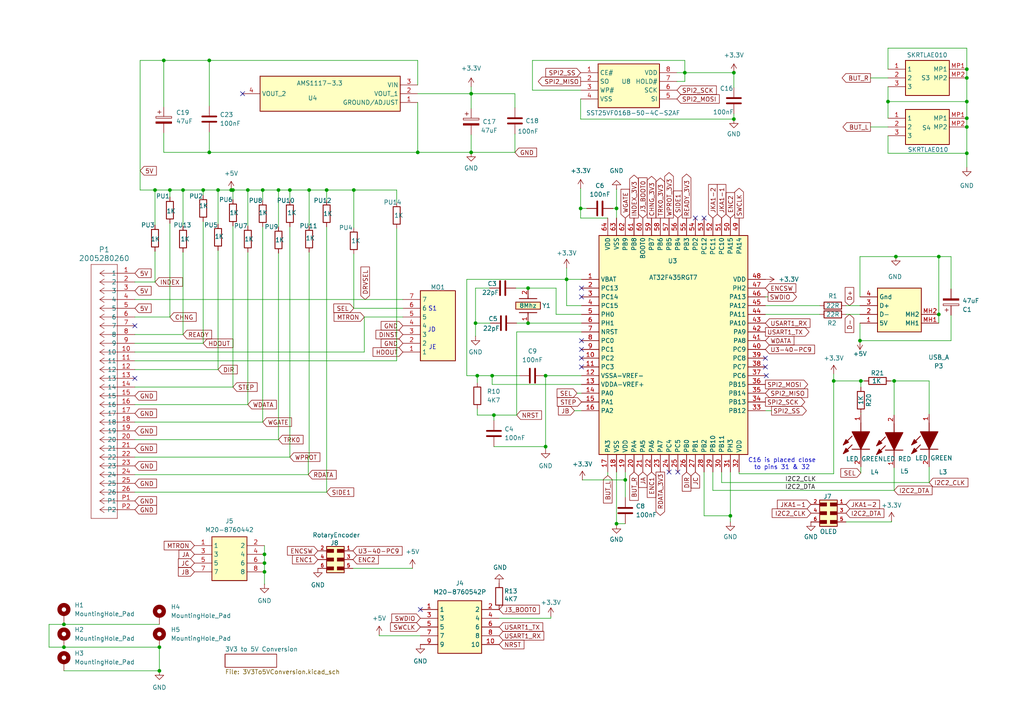
<source format=kicad_sch>
(kicad_sch (version 20231120) (generator "eeschema") (generator_version "8.0")
  (paper "A4")
  (title_block (title "Gotek(?) SMD Handrawn Schematic, Layout and Gerbers") (date "2025-03-06") (rev "1.0") (company "LiveBoxAndy") (comment 1 "chip were removed to allow the routing underneath to be checked.") (comment 2 "with the cable interface from an SFR1M44-DU26 (SFRC2D.B). The processor and the 74 ") (comment 3 "Based on pictures and meter readings of an SRFKC30.AT4.35 for the processor bits mated") (comment 4 "Changed to use all surface mount components."))
  (lib_symbols
    (symbol "Device:C" (pin_numbers hide) (pin_names (offset 0.254))
      (property "Reference" "C" (at 0.635 2.54 0))
      (property "Value" "C" (at 0.635 -2.54 0))
      (symbol "C_1_1"
        (pin passive line (at 0 3.81 270) (length 2.794) (name "~") (number "1"))
        (pin passive line (at 0 -3.81 90) (length 2.794) (name "~") (number "2"))
      )
    )
    (symbol "Device:C_Polarized" (pin_numbers hide) (pin_names (offset 0.254))
      (property "Reference" "C" (at 0.635 2.54 0))
      (property "Value" "C_Polarized" (at 0.635 -2.54 0))
      (symbol "C_Polarized_1_1"
        (pin passive line (at 0 3.81 270) (length 2.794) (name "~") (number "1"))
        (pin passive line (at 0 -3.81 90) (length 2.794) (name "~") (number "2"))
      )
    )
    (symbol "Device:R" (pin_numbers hide) (pin_names (offset 0))
      (property "Reference" "R" (at 2.032 0 90))
      (property "Value" "R" (at 0 0 90))
      (symbol "R_1_1"
        (pin passive line (at 0 3.81 270) (length 1.27) (name "~") (number "1"))
        (pin passive line (at 0 -3.81 90) (length 1.27) (name "~") (number "2"))
      )
    )
    (symbol "Gotek:2005280260" (pin_names (offset 0.254))
      (property "Reference" "J" (at 8.89 6.35 0))
      (property "Value" "2005280260" (at 0 0 0))
      (symbol "2005280260_1_1"
        (pin unspecified line (at 0 0 0) (length 5.08) (name "1") (number "1"))
        (pin unspecified line (at 0 -22.86 0) (length 5.08) (name "10") (number "10"))
        (pin unspecified line (at 0 -25.4 0) (length 5.08) (name "11") (number "11"))
        (pin unspecified line (at 0 -27.94 0) (length 5.08) (name "12") (number "12"))
        (pin unspecified line (at 0 -30.48 0) (length 5.08) (name "13") (number "13"))
        (pin unspecified line (at 0 -33.02 0) (length 5.08) (name "14") (number "14"))
        (pin unspecified line (at 0 -35.56 0) (length 5.08) (name "15") (number "15"))
        (pin unspecified line (at 0 -38.1 0) (length 5.08) (name "16") (number "16"))
        (pin unspecified line (at 0 -40.64 0) (length 5.08) (name "17") (number "17"))
        (pin unspecified line (at 0 -43.18 0) (length 5.08) (name "18") (number "18"))
        (pin unspecified line (at 0 -45.72 0) (length 5.08) (name "19") (number "19"))
        (pin unspecified line (at 0 -2.54 0) (length 5.08) (name "2") (number "2"))
        (pin unspecified line (at 0 -48.26 0) (length 5.08) (name "20") (number "20"))
        (pin unspecified line (at 0 -50.8 0) (length 5.08) (name "21") (number "21"))
        (pin unspecified line (at 0 -53.34 0) (length 5.08) (name "22") (number "22"))
        (pin unspecified line (at 0 -55.88 0) (length 5.08) (name "23") (number "23"))
        (pin unspecified line (at 0 -58.42 0) (length 5.08) (name "24") (number "24"))
        (pin unspecified line (at 0 -60.96 0) (length 5.08) (name "25") (number "25"))
        (pin unspecified line (at 0 -63.5 0) (length 5.08) (name "26") (number "26"))
        (pin unspecified line (at 0 -5.08 0) (length 5.08) (name "3") (number "3"))
        (pin unspecified line (at 0 -7.62 0) (length 5.08) (name "4") (number "4"))
        (pin unspecified line (at 0 -10.16 0) (length 5.08) (name "5") (number "5"))
        (pin unspecified line (at 0 -12.7 0) (length 5.08) (name "6") (number "6"))
        (pin unspecified line (at 0 -15.24 0) (length 5.08) (name "7") (number "7"))
        (pin unspecified line (at 0 -17.78 0) (length 5.08) (name "8") (number "8"))
        (pin unspecified line (at 0 -20.32 0) (length 5.08) (name "9") (number "9"))
        (pin unspecified line (at 0 -66.04 0) (length 5.08) (name "P1") (number "P1"))
        (pin unspecified line (at 0 -68.58 0) (length 5.08) (name "P2") (number "P2"))
      )
      (symbol "2005280260_1_2"
        (pin unspecified line (at 0 0 0) (length 5.08) (name "1") (number "1"))
        (pin unspecified line (at 0 -22.86 0) (length 5.08) (name "10") (number "10"))
        (pin unspecified line (at 0 -25.4 0) (length 5.08) (name "11") (number "11"))
        (pin unspecified line (at 0 -27.94 0) (length 5.08) (name "12") (number "12"))
        (pin unspecified line (at 0 -30.48 0) (length 5.08) (name "13") (number "13"))
        (pin unspecified line (at 0 -33.02 0) (length 5.08) (name "14") (number "14"))
        (pin unspecified line (at 0 -35.56 0) (length 5.08) (name "15") (number "15"))
        (pin unspecified line (at 0 -38.1 0) (length 5.08) (name "16") (number "16"))
        (pin unspecified line (at 0 -40.64 0) (length 5.08) (name "17") (number "17"))
        (pin unspecified line (at 0 -43.18 0) (length 5.08) (name "18") (number "18"))
        (pin unspecified line (at 0 -45.72 0) (length 5.08) (name "19") (number "19"))
        (pin unspecified line (at 0 -2.54 0) (length 5.08) (name "2") (number "2"))
        (pin unspecified line (at 0 -48.26 0) (length 5.08) (name "20") (number "20"))
        (pin unspecified line (at 0 -50.8 0) (length 5.08) (name "21") (number "21"))
        (pin unspecified line (at 0 -53.34 0) (length 5.08) (name "22") (number "22"))
        (pin unspecified line (at 0 -55.88 0) (length 5.08) (name "23") (number "23"))
        (pin unspecified line (at 0 -58.42 0) (length 5.08) (name "24") (number "24"))
        (pin unspecified line (at 0 -60.96 0) (length 5.08) (name "25") (number "25"))
        (pin unspecified line (at 0 -63.5 0) (length 5.08) (name "26") (number "26"))
        (pin unspecified line (at 0 -5.08 0) (length 5.08) (name "3") (number "3"))
        (pin unspecified line (at 0 -7.62 0) (length 5.08) (name "4") (number "4"))
        (pin unspecified line (at 0 -10.16 0) (length 5.08) (name "5") (number "5"))
        (pin unspecified line (at 0 -12.7 0) (length 5.08) (name "6") (number "6"))
        (pin unspecified line (at 0 -15.24 0) (length 5.08) (name "7") (number "7"))
        (pin unspecified line (at 0 -17.78 0) (length 5.08) (name "8") (number "8"))
        (pin unspecified line (at 0 -20.32 0) (length 5.08) (name "9") (number "9"))
        (pin unspecified line (at 0 -66.04 0) (length 5.08) (name "P1") (number "P1"))
        (pin unspecified line (at 0 -68.58 0) (length 5.08) (name "P2") (number "P2"))
      )
    )
    (symbol "Gotek:6101XX249121_610106249121" (pin_names (offset 1.016))
      (property "Reference" "J" (at 5.08 0.762 0))
      (property "Value" "6101XX249121_610106249121" (at 5.08 -2.54 0))
      (symbol "6101XX249121_610106249121_0_0"
        (pin passive line (at 2.54 -5.08 90) (length 2.54) (name "~") (number "1"))
        (pin passive line (at 2.54 5.08 270) (length 2.54) (name "~") (number "2"))
        (pin passive line (at 0 -5.08 90) (length 2.54) (name "~") (number "3"))
        (pin passive line (at 0 5.08 270) (length 2.54) (name "~") (number "4"))
        (pin passive line (at -2.54 -5.08 90) (length 2.54) (name "~") (number "5"))
        (pin passive line (at -2.54 5.08 270) (length 2.54) (name "~") (number "6"))
      )
    )
    (symbol "Gotek:APT2012PGW" (pin_names hide)
      (property "Reference" "LED" (at 12.7 8.89 0))
      (property "Value" "APT2012PGW" (at 12.7 6.35 0))
      (symbol "APT2012PGW_1_1"
        (pin passive line (at 15.24 0 180) (length 2.54) (name "A") (number "1"))
        (pin passive line (at 0 0 0) (length 2.54) (name "K") (number "2"))
      )
    )
    (symbol "Gotek:AT32F435RxT7-SQ"
      (property "Reference" "IC" (at 49.53 17.78 0))
      (property "Value" "AT32F435RxT7" (at 49.53 15.24 0))
      (symbol "AT32F435RxT7-SQ_1_1"
        (pin passive line (at 0 0 0) (length 5.08) (name "VBAT") (number "1"))
        (pin passive line (at 0 -22.86 0) (length 5.08) (name "PC2") (number "10"))
        (pin passive line (at 0 -25.4 0) (length 5.08) (name "PC3") (number "11"))
        (pin passive line (at 0 -27.94 0) (length 5.08) (name "VSSA-VREF-") (number "12"))
        (pin passive line (at 0 -30.48 0) (length 5.08) (name "VDDA-VREF+") (number "13"))
        (pin passive line (at 0 -33.02 0) (length 5.08) (name "PA0") (number "14"))
        (pin passive line (at 0 -35.56 0) (length 5.08) (name "PA1") (number "15"))
        (pin passive line (at 0 -38.1 0) (length 5.08) (name "PA2") (number "16"))
        (pin passive line (at 7.62 -55.88 90) (length 5.08) (name "PA3") (number "17"))
        (pin passive line (at 10.16 -55.88 90) (length 5.08) (name "VSS") (number "18"))
        (pin passive line (at 12.7 -55.88 90) (length 5.08) (name "VDD") (number "19"))
        (pin passive line (at 0 -2.54 0) (length 5.08) (name "PC13") (number "2"))
        (pin passive line (at 15.24 -55.88 90) (length 5.08) (name "PA4") (number "20"))
        (pin passive line (at 17.78 -55.88 90) (length 5.08) (name "PA5") (number "21"))
        (pin passive line (at 20.32 -55.88 90) (length 5.08) (name "PA6") (number "22"))
        (pin passive line (at 22.86 -55.88 90) (length 5.08) (name "PA7") (number "23"))
        (pin passive line (at 25.4 -55.88 90) (length 5.08) (name "PC4") (number "24"))
        (pin passive line (at 27.94 -55.88 90) (length 5.08) (name "PC5") (number "25"))
        (pin passive line (at 30.48 -55.88 90) (length 5.08) (name "PB0") (number "26"))
        (pin passive line (at 33.02 -55.88 90) (length 5.08) (name "PB1") (number "27"))
        (pin passive line (at 35.56 -55.88 90) (length 5.08) (name "PB2") (number "28"))
        (pin passive line (at 38.1 -55.88 90) (length 5.08) (name "PB10") (number "29"))
        (pin passive line (at 0 -5.08 0) (length 5.08) (name "PC14") (number "3"))
        (pin passive line (at 40.64 -55.88 90) (length 5.08) (name "PB11") (number "30"))
        (pin passive line (at 43.18 -55.88 90) (length 5.08) (name "PH3") (number "31"))
        (pin passive line (at 45.72 -55.88 90) (length 5.08) (name "VDD") (number "32"))
        (pin passive line (at 53.34 -38.1 180) (length 5.08) (name "PB12") (number "33"))
        (pin passive line (at 53.34 -35.56 180) (length 5.08) (name "PB13") (number "34"))
        (pin passive line (at 53.34 -33.02 180) (length 5.08) (name "PB14") (number "35"))
        (pin passive line (at 53.34 -30.48 180) (length 5.08) (name "PB15") (number "36"))
        (pin passive line (at 53.34 -27.94 180) (length 5.08) (name "PC6") (number "37"))
        (pin passive line (at 53.34 -25.4 180) (length 5.08) (name "PC7") (number "38"))
        (pin passive line (at 53.34 -22.86 180) (length 5.08) (name "PC8") (number "39"))
        (pin passive line (at 0 -7.62 0) (length 5.08) (name "PC15") (number "4"))
        (pin passive line (at 53.34 -20.32 180) (length 5.08) (name "PC9") (number "40"))
        (pin passive line (at 53.34 -17.78 180) (length 5.08) (name "PA8") (number "41"))
        (pin passive line (at 53.34 -15.24 180) (length 5.08) (name "PA9") (number "42"))
        (pin passive line (at 53.34 -12.7 180) (length 5.08) (name "PA10") (number "43"))
        (pin passive line (at 53.34 -10.16 180) (length 5.08) (name "PA11") (number "44"))
        (pin passive line (at 53.34 -7.62 180) (length 5.08) (name "PA12") (number "45"))
        (pin passive line (at 53.34 -5.08 180) (length 5.08) (name "PA13") (number "46"))
        (pin passive line (at 53.34 -2.54 180) (length 5.08) (name "PH2") (number "47"))
        (pin passive line (at 53.34 0 180) (length 5.08) (name "VDD") (number "48"))
        (pin passive line (at 45.72 17.78 270) (length 5.08) (name "PA14") (number "49"))
        (pin passive line (at 0 -10.16 0) (length 5.08) (name "PH0") (number "5"))
        (pin passive line (at 43.18 17.78 270) (length 5.08) (name "PA15") (number "50"))
        (pin passive line (at 40.64 17.78 270) (length 5.08) (name "PC10") (number "51"))
        (pin passive line (at 38.1 17.78 270) (length 5.08) (name "PC11") (number "52"))
        (pin passive line (at 35.56 17.78 270) (length 5.08) (name "PC12") (number "53"))
        (pin passive line (at 33.02 17.78 270) (length 5.08) (name "PD2") (number "54"))
        (pin passive line (at 30.48 17.78 270) (length 5.08) (name "PB3") (number "55"))
        (pin passive line (at 27.94 17.78 270) (length 5.08) (name "PB4") (number "56"))
        (pin passive line (at 25.4 17.78 270) (length 5.08) (name "PB5") (number "57"))
        (pin passive line (at 22.86 17.78 270) (length 5.08) (name "PB6") (number "58"))
        (pin passive line (at 20.32 17.78 270) (length 5.08) (name "PB7") (number "59"))
        (pin passive line (at 0 -12.7 0) (length 5.08) (name "PH1") (number "6"))
        (pin passive line (at 17.78 17.78 270) (length 5.08) (name "BOOT0") (number "60"))
        (pin passive line (at 15.24 17.78 270) (length 5.08) (name "PB8") (number "61"))
        (pin passive line (at 12.7 17.78 270) (length 5.08) (name "PB9") (number "62"))
        (pin passive line (at 10.16 17.78 270) (length 5.08) (name "VSS") (number "63"))
        (pin passive line (at 7.62 17.78 270) (length 5.08) (name "VDD") (number "64"))
        (pin passive line (at 0 -15.24 0) (length 5.08) (name "NRST") (number "7"))
        (pin passive line (at 0 -17.78 0) (length 5.08) (name "PC0") (number "8"))
        (pin passive line (at 0 -20.32 0) (length 5.08) (name "PC1") (number "9"))
      )
    )
    (symbol "Gotek:HSMC-C177" (pin_names hide)
      (property "Reference" "LED" (at 12.7 8.89 0))
      (property "Value" "HSMC-C177" (at 12.7 6.35 0))
      (symbol "HSMC-C177_1_1"
        (pin passive line (at 0 0 0) (length 2.54) (name "K") (number "1"))
        (pin passive line (at 15.24 0 180) (length 2.54) (name "A") (number "2"))
      )
    )
    (symbol "Gotek:LFXTAL050985Bulk" (pin_names hide)
      (property "Reference" "Y" (at 8.89 6.35 0))
      (property "Value" "LFXTAL050985Bulk" (at 8.89 3.81 0))
      (symbol "LFXTAL050985Bulk_1_1"
        (pin passive line (at 0 0 0) (length 2.54) (name "1") (number "1"))
        (pin passive line (at 10.16 0 180) (length 2.54) (name "2") (number "2"))
      )
    )
    (symbol "Gotek:M20-8760442"
      (property "Reference" "J" (at 16.51 7.62 0))
      (property "Value" "M20-8760442" (at 16.51 5.08 0))
      (symbol "M20-8760442_1_1"
        (pin passive line (at 0 0 0) (length 5.08) (name "1") (number "1"))
        (pin passive line (at 20.32 0 180) (length 5.08) (name "2") (number "2"))
        (pin passive line (at 0 -2.54 0) (length 5.08) (name "3") (number "3"))
        (pin passive line (at 20.32 -2.54 180) (length 5.08) (name "4") (number "4"))
        (pin passive line (at 0 -5.08 0) (length 5.08) (name "5") (number "5"))
        (pin passive line (at 20.32 -5.08 180) (length 5.08) (name "6") (number "6"))
        (pin passive line (at 0 -7.62 0) (length 5.08) (name "7") (number "7"))
        (pin passive line (at 20.32 -7.62 180) (length 5.08) (name "8") (number "8"))
      )
    )
    (symbol "Gotek:M20-8760542P"
      (property "Reference" "J" (at 19.05 7.62 0))
      (property "Value" "M20-8760542P" (at 19.05 5.08 0))
      (symbol "M20-8760542P_1_1"
        (pin passive line (at 0 0 0) (length 5.08) (name "1") (number "1"))
        (pin passive line (at 22.86 -10.16 180) (length 5.08) (name "10") (number "10"))
        (pin passive line (at 22.86 0 180) (length 5.08) (name "2") (number "2"))
        (pin passive line (at 0 -2.54 0) (length 5.08) (name "3") (number "3"))
        (pin passive line (at 22.86 -2.54 180) (length 5.08) (name "4") (number "4"))
        (pin passive line (at 0 -5.08 0) (length 5.08) (name "5") (number "5"))
        (pin passive line (at 22.86 -5.08 180) (length 5.08) (name "6") (number "6"))
        (pin passive line (at 0 -7.62 0) (length 5.08) (name "7") (number "7"))
        (pin passive line (at 22.86 -7.62 180) (length 5.08) (name "8") (number "8"))
        (pin passive line (at 0 -10.16 0) (length 5.08) (name "9") (number "9"))
      )
    )
    (symbol "Gotek:M20-8900705"
      (property "Reference" "J" (at 16.51 7.62 0))
      (property "Value" "M20-8900705" (at 16.51 5.08 0))
      (symbol "M20-8900705_1_1"
        (pin passive line (at 0 0 0) (length 5.08) (name "1") (number "1"))
        (pin passive line (at 0 -2.54 0) (length 5.08) (name "2") (number "2"))
        (pin passive line (at 0 -5.08 0) (length 5.08) (name "3") (number "3"))
        (pin passive line (at 0 -7.62 0) (length 5.08) (name "4") (number "4"))
        (pin passive line (at 0 -10.16 0) (length 5.08) (name "5") (number "5"))
        (pin passive line (at 0 -12.7 0) (length 5.08) (name "6") (number "6"))
        (pin passive line (at 0 -15.24 0) (length 5.08) (name "7") (number "7"))
      )
    )
    (symbol "Gotek:SKRTLAE010"
      (property "Reference" "S" (at 19.05 7.62 0))
      (property "Value" "SKRTLAE010" (at 19.05 5.08 0))
      (symbol "SKRTLAE010_1_1"
        (pin passive line (at 22.86 0 180) (length 5.08) (name "1") (number "1"))
        (pin passive line (at 22.86 -2.54 180) (length 5.08) (name "2") (number "2"))
        (pin passive line (at 22.86 -5.08 180) (length 5.08) (name "3") (number "3"))
        (pin passive line (at 0 0 0) (length 5.08) (name "MP1") (number "MP1"))
        (pin passive line (at 0 -2.54 0) (length 5.08) (name "MP2") (number "MP2"))
      )
    )
    (symbol "Gotek:SST25VF016B-50-4C-S2AF"
      (property "Reference" "IC" (at 24.13 7.62 0))
      (property "Value" "SST25VF016B-50-4C-S2AF" (at 24.13 5.08 0))
      (symbol "SST25VF016B-50-4C-S2AF_1_1"
        (pin passive line (at 0 0 0) (length 5.08) (name "CE#") (number "1"))
        (pin passive line (at 0 -2.54 0) (length 5.08) (name "SO") (number "2"))
        (pin passive line (at 0 -5.08 0) (length 5.08) (name "WP#") (number "3"))
        (pin passive line (at 0 -7.62 0) (length 5.08) (name "VSS") (number "4"))
        (pin passive line (at 27.94 -7.62 180) (length 5.08) (name "SI") (number "5"))
        (pin passive line (at 27.94 -5.08 180) (length 5.08) (name "SCK") (number "6"))
        (pin passive line (at 27.94 -2.54 180) (length 5.08) (name "HOLD#") (number "7"))
        (pin passive line (at 27.94 0 180) (length 5.08) (name "VDD") (number "8"))
      )
    )
    (symbol "Gotek:USB1046-GF-0190-L-B-A"
      (property "Reference" "J" (at 19.05 7.62 0))
      (property "Value" "USB1046-GF-0190-L-B-A" (at 19.05 5.08 0))
      (symbol "USB1046-GF-0190-L-B-A_1_1"
        (pin passive line (at 22.86 0 180) (length 5.08) (name "5V") (number "1"))
        (pin passive line (at 22.86 -2.54 180) (length 5.08) (name "D-") (number "2"))
        (pin passive line (at 22.86 -5.08 180) (length 5.08) (name "D+") (number "3"))
        (pin passive line (at 22.86 -7.62 180) (length 5.08) (name "Gnd") (number "4"))
        (pin passive line (at 0 0 0) (length 5.08) (name "MH1") (number "MH1"))
        (pin passive line (at 0 -2.54 0) (length 5.08) (name "MH2") (number "MH2"))
      )
    )
    (symbol "Gotek:ams1117-3.3v"
      (property "Reference" "IC" (at 46.99 7.62 0))
      (property "Value" "ams1117-3.3v" (at 46.99 5.08 0))
      (symbol "ams1117-3.3v_1_1"
        (pin passive line (at 0 0 0) (length 5.08) (name "GROUND/ADJUST") (number "1"))
        (pin passive line (at 0 -2.54 0) (length 5.08) (name "VOUT_1") (number "2"))
        (pin passive line (at 0 -5.08 0) (length 5.08) (name "VIN") (number "3"))
        (pin passive line (at 50.8 -2.54 180) (length 5.08) (name "VOUT_2") (number "4"))
      )
    )
    (symbol "Mechanical:MountingHole_Pad" (pin_numbers hide) (pin_names (offset 1.016) hide) (exclude_from_sim yes) (in_bom no)
      (property "Reference" "H" (at 0 6.35 0))
      (property "Value" "MountingHole_Pad" (at 0 4.445 0))
      (symbol "MountingHole_Pad_1_1"
        (pin input line (at 0 -2.54 90) (length 2.54) (name "1") (number "1"))
      )
    )
    (symbol "power:+3.3V" (power) (pin_numbers hide) (pin_names (offset 0) hide)
      (property "Value" "+3.3V" (at 0 3.556 0))
      (symbol "+3.3V_1_1"
        (pin power_in line (at 0 0 90) (length 0) (name "~") (number "1"))
      )
    )
    (symbol "power:+5V" (power) (pin_numbers hide) (pin_names (offset 0) hide)
      (property "Value" "+5V" (at 0 3.556 0))
      (symbol "+5V_1_1"
        (pin power_in line (at 0 0 90) (length 0) (name "~") (number "1"))
      )
    )
    (symbol "power:GND" (power) (pin_numbers hide) (pin_names (offset 0) hide)
      (property "Value" "GND" (at 0 -3.81 0))
      (symbol "GND_1_1"
        (pin power_in line (at 0 0 270) (length 0) (name "~") (number "1"))
      )
    )
  )
  (junction (at 272.288 91.186))
  (junction (at 76.708 163.322))
  (junction (at 46.228 187.706))
  (junction (at 102.616 55.118))
  (junction (at 272.288 74.422))
  (junction (at 46.228 194.564))
  (junction (at 280.416 44.45))
  (junction (at 60.706 44.196))
  (junction (at 94.742 55.118))
  (junction (at 67.564 55.118))
  (junction (at 153.162 83.566))
  (junction (at 280.416 34.29))
  (junction (at 142.748 108.966))
  (junction (at 137.922 93.726))
  (junction (at 178.816 60.452))
  (junction (at 280.416 22.606))
  (junction (at 49.276 55.118))
  (junction (at 164.338 81.026))
  (junction (at 76.708 160.782))
  (junction (at 53.086 55.118))
  (junction (at 212.852 34.544))
  (junction (at 212.852 21.082))
  (junction (at 63.246 55.118))
  (junction (at 44.958 55.118))
  (junction (at 259.334 110.49))
  (junction (at 76.708 165.862))
  (junction (at 136.652 27.178))
  (junction (at 153.162 93.726))
  (junction (at 280.416 29.464))
  (junction (at 67.056 55.118))
  (junction (at 47.498 17.526))
  (junction (at 121.158 44.196))
  (junction (at 71.882 55.118))
  (junction (at 143.256 120.396))
  (junction (at 280.416 20.066))
  (junction (at 257.556 29.464))
  (junction (at 249.682 110.49))
  (junction (at 76.2 55.118))
  (junction (at 58.928 55.118))
  (junction (at 60.706 17.526))
  (junction (at 158.242 108.966))
  (junction (at 18.542 187.706))
  (junction (at 249.428 98.806))
  (junction (at 178.816 151.892))
  (junction (at 89.662 55.118))
  (junction (at 181.356 139.192))
  (junction (at 158.242 129.54))
  (junction (at 18.542 181.102))
  (junction (at 211.836 149.606))
  (junction (at 138.43 108.966))
  (junction (at 80.772 55.118))
  (junction (at 198.628 21.082))
  (junction (at 259.842 74.422))
  (junction (at 280.416 36.83))
  (junction (at 168.402 60.452))
  (junction (at 84.074 55.118))
  (junction (at 136.652 44.196))
  (junction (at 241.808 110.49))
  (no_connect (at 121.92 176.784))
  (no_connect (at 201.676 63.246))
  (no_connect (at 204.216 63.246))
  (no_connect (at 39.116 94.488))
  (no_connect (at 222.25 108.966))
  (no_connect (at 221.996 106.426))
  (no_connect (at 168.656 106.426))
  (no_connect (at 70.358 27.178))
  (no_connect (at 168.656 101.346))
  (no_connect (at 168.656 86.106))
  (no_connect (at 194.056 136.906))
  (no_connect (at 221.996 103.886))
  (no_connect (at 168.656 83.566))
  (no_connect (at 196.596 136.906))
  (no_connect (at 168.656 103.886))
  (no_connect (at 39.116 109.728))
  (no_connect (at 168.656 98.806))
  (wire (pts (xy 178.816 54.864) (xy 178.816 60.452)))
  (wire (pts (xy 46.228 181.102) (xy 18.542 181.102)))
  (wire (pts (xy 80.772 55.118) (xy 80.772 65.786)))
  (wire (pts (xy 167.386 114.046) (xy 168.656 114.046)))
  (wire (pts (xy 44.958 55.118) (xy 49.276 55.118)))
  (wire (pts (xy 241.808 110.49) (xy 249.682 110.49)))
  (wire (pts (xy 47.498 17.526) (xy 47.498 30.988)))
  (wire (pts (xy 154.432 26.162) (xy 154.432 17.526)))
  (wire (pts (xy 67.056 55.118) (xy 67.564 55.118)))
  (wire (pts (xy 143.256 120.396) (xy 143.256 121.92)))
  (wire (pts (xy 89.662 55.118) (xy 94.742 55.118)))
  (wire (pts (xy 168.656 81.026) (xy 164.338 81.026)))
  (wire (pts (xy 198.628 21.082) (xy 198.628 23.622)))
  (wire (pts (xy 272.288 74.422) (xy 275.844 74.422)))
  (wire (pts (xy 198.628 17.526) (xy 198.628 21.082)))
  (wire (pts (xy 49.276 55.118) (xy 53.086 55.118)))
  (wire (pts (xy 209.296 139.954) (xy 209.296 136.906)))
  (wire (pts (xy 39.116 132.588) (xy 84.074 132.588)))
  (wire (pts (xy 102.616 55.118) (xy 115.062 55.118)))
  (wire (pts (xy 67.564 55.118) (xy 71.882 55.118)))
  (wire (pts (xy 137.922 83.566) (xy 137.922 93.726)))
  (wire (pts (xy 76.708 163.322) (xy 76.708 165.862)))
  (wire (pts (xy 136.652 27.178) (xy 136.652 31.496)))
  (wire (pts (xy 168.402 34.544) (xy 212.852 34.544)))
  (wire (pts (xy 76.2 55.118) (xy 80.772 55.118)))
  (wire (pts (xy 138.43 108.966) (xy 138.43 110.998)))
  (wire (pts (xy 40.64 55.118) (xy 44.958 55.118)))
  (wire (pts (xy 76.2 65.786) (xy 76.2 122.428)))
  (wire (pts (xy 39.116 97.028) (xy 53.086 97.028)))
  (wire (pts (xy 176.276 63.246) (xy 168.402 63.246)))
  (wire (pts (xy 142.24 93.726) (xy 137.922 93.726)))
  (wire (pts (xy 206.756 136.906) (xy 206.756 142.24)))
  (wire (pts (xy 136.652 27.178) (xy 149.352 27.178)))
  (wire (pts (xy 153.162 83.566) (xy 161.29 83.566)))
  (wire (pts (xy 221.996 86.106) (xy 222.758 86.106)))
  (wire (pts (xy 58.928 64.262) (xy 58.928 99.568)))
  (wire (pts (xy 164.338 77.724) (xy 164.338 81.026)))
  (wire (pts (xy 144.78 179.324) (xy 159.766 179.324)))
  (wire (pts (xy 280.416 36.83) (xy 280.416 44.45)))
  (wire (pts (xy 47.498 17.526) (xy 40.64 17.526)))
  (wire (pts (xy 149.86 96.266) (xy 149.86 120.396)))
  (wire (pts (xy 257.556 29.464) (xy 257.556 34.29)))
  (wire (pts (xy 249.428 98.806) (xy 249.428 93.726)))
  (wire (pts (xy 39.116 107.188) (xy 63.246 107.188)))
  (wire (pts (xy 221.996 119.126) (xy 223.774 119.126)))
  (wire (pts (xy 121.92 184.404) (xy 109.982 184.404)))
  (wire (pts (xy 249.682 110.49) (xy 250.698 110.49)))
  (wire (pts (xy 84.074 55.118) (xy 84.074 58.166)))
  (wire (pts (xy 39.116 112.268) (xy 67.564 112.268)))
  (wire (pts (xy 109.982 184.404) (xy 109.982 184.15)))
  (wire (pts (xy 280.416 13.97) (xy 280.416 20.066)))
  (wire (pts (xy 252.476 22.606) (xy 257.556 22.606)))
  (wire (pts (xy 49.276 57.15) (xy 49.276 55.118)))
  (wire (pts (xy 47.498 44.196) (xy 60.706 44.196)))
  (wire (pts (xy 60.706 17.526) (xy 60.706 30.734)))
  (wire (pts (xy 46.228 194.564) (xy 46.228 187.706)))
  (wire (pts (xy 121.158 27.178) (xy 136.652 27.178)))
  (wire (pts (xy 249.428 98.806) (xy 275.844 98.806)))
  (wire (pts (xy 39.116 137.668) (xy 89.408 137.668)))
  (wire (pts (xy 47.498 17.526) (xy 60.706 17.526)))
  (wire (pts (xy 71.882 55.118) (xy 76.2 55.118)))
  (wire (pts (xy 94.742 55.118) (xy 102.616 55.118)))
  (wire (pts (xy 259.334 110.49) (xy 269.494 110.49)))
  (wire (pts (xy 89.662 132.588) (xy 89.662 73.152)))
  (wire (pts (xy 18.542 194.564) (xy 46.228 194.564)))
  (wire (pts (xy 168.402 26.162) (xy 154.432 26.162)))
  (wire (pts (xy 161.29 91.186) (xy 161.29 83.566)))
  (wire (pts (xy 178.816 151.892) (xy 181.356 151.892)))
  (wire (pts (xy 257.556 25.146) (xy 257.556 29.464)))
  (wire (pts (xy 39.116 122.428) (xy 76.2 122.428)))
  (wire (pts (xy 58.928 55.118) (xy 58.928 56.642)))
  (wire (pts (xy 166.624 119.126) (xy 168.656 119.126)))
  (wire (pts (xy 105.664 91.948) (xy 105.664 102.108)))
  (wire (pts (xy 158.242 129.54) (xy 158.242 130.302)))
  (wire (pts (xy 136.652 39.116) (xy 136.652 44.196)))
  (wire (pts (xy 39.116 86.868) (xy 116.84 86.868)))
  (wire (pts (xy 178.816 151.892) (xy 178.816 152.146)))
  (wire (pts (xy 211.836 136.906) (xy 211.836 149.606)))
  (wire (pts (xy 212.852 21.082) (xy 212.852 25.4)))
  (wire (pts (xy 121.158 24.638) (xy 121.158 17.526)))
  (wire (pts (xy 135.382 81.026) (xy 164.338 81.026)))
  (wire (pts (xy 149.352 27.178) (xy 149.352 31.242)))
  (wire (pts (xy 257.556 20.066) (xy 257.556 13.97)))
  (wire (pts (xy 241.808 137.414) (xy 214.376 137.414)))
  (wire (pts (xy 204.216 149.606) (xy 211.836 149.606)))
  (wire (pts (xy 259.334 120.396) (xy 259.334 110.49)))
  (wire (pts (xy 44.958 72.898) (xy 44.958 81.788)))
  (wire (pts (xy 196.342 21.082) (xy 198.628 21.082)))
  (wire (pts (xy 76.708 158.242) (xy 76.708 160.782)))
  (wire (pts (xy 121.158 29.718) (xy 121.158 44.196)))
  (wire (pts (xy 94.742 55.118) (xy 94.742 58.166)))
  (wire (pts (xy 67.564 65.532) (xy 67.564 112.268)))
  (wire (pts (xy 40.64 17.526) (xy 40.64 55.118)))
  (wire (pts (xy 76.708 160.782) (xy 76.708 163.322)))
  (wire (pts (xy 53.086 73.152) (xy 53.086 97.028)))
  (wire (pts (xy 275.844 91.44) (xy 275.844 98.806)))
  (wire (pts (xy 249.428 91.186) (xy 245.364 91.186)))
  (wire (pts (xy 159.766 178.816) (xy 159.766 179.324)))
  (wire (pts (xy 53.086 55.118) (xy 53.086 65.532)))
  (wire (pts (xy 249.428 74.422) (xy 249.428 86.106)))
  (wire (pts (xy 181.356 139.192) (xy 181.356 144.272)))
  (wire (pts (xy 137.922 93.726) (xy 137.922 97.536)))
  (wire (pts (xy 257.556 13.97) (xy 280.416 13.97)))
  (wire (pts (xy 168.656 96.266) (xy 149.86 96.266)))
  (wire (pts (xy 115.062 66.294) (xy 115.062 104.648)))
  (wire (pts (xy 80.772 73.406) (xy 80.772 127.508)))
  (wire (pts (xy 136.652 25.146) (xy 136.652 27.178)))
  (wire (pts (xy 149.352 44.196) (xy 136.652 44.196)))
  (wire (pts (xy 245.364 151.384) (xy 258.572 151.384)))
  (wire (pts (xy 53.086 55.118) (xy 58.928 55.118)))
  (wire (pts (xy 143.256 120.396) (xy 138.43 120.396)))
  (wire (pts (xy 178.816 60.452) (xy 178.816 63.246)))
  (wire (pts (xy 168.402 63.246) (xy 168.402 60.452)))
  (wire (pts (xy 164.338 81.026) (xy 164.338 88.646)))
  (wire (pts (xy 102.616 73.66) (xy 102.616 89.408)))
  (wire (pts (xy 150.622 108.966) (xy 142.748 108.966)))
  (wire (pts (xy 209.296 139.954) (xy 269.494 139.954)))
  (wire (pts (xy 269.494 120.142) (xy 269.494 110.49)))
  (wire (pts (xy 221.996 108.966) (xy 222.25 108.966)))
  (wire (pts (xy 39.116 81.788) (xy 44.958 81.788)))
  (wire (pts (xy 168.656 108.966) (xy 158.242 108.966)))
  (wire (pts (xy 49.276 64.77) (xy 49.276 91.948)))
  (wire (pts (xy 102.616 89.408) (xy 116.84 89.408)))
  (wire (pts (xy 257.556 29.464) (xy 280.416 29.464)))
  (wire (pts (xy 178.816 136.906) (xy 178.816 151.892)))
  (wire (pts (xy 168.656 111.506) (xy 142.748 111.506)))
  (wire (pts (xy 168.91 139.192) (xy 181.356 139.192)))
  (wire (pts (xy 221.996 88.646) (xy 237.744 88.646)))
  (wire (pts (xy 46.228 187.706) (xy 18.542 187.706)))
  (wire (pts (xy 280.416 22.606) (xy 280.416 29.464)))
  (wire (pts (xy 181.356 136.906) (xy 181.356 139.192)))
  (wire (pts (xy 196.342 23.622) (xy 198.628 23.622)))
  (wire (pts (xy 258.572 151.384) (xy 258.572 151.13)))
  (wire (pts (xy 212.852 34.544) (xy 212.852 33.02)))
  (wire (pts (xy 206.756 142.24) (xy 259.334 142.24)))
  (wire (pts (xy 211.836 149.606) (xy 211.836 151.384)))
  (wire (pts (xy 204.216 136.906) (xy 204.216 149.606)))
  (wire (pts (xy 252.476 36.83) (xy 257.556 36.83)))
  (wire (pts (xy 138.43 118.618) (xy 138.43 120.396)))
  (wire (pts (xy 241.808 108.458) (xy 241.808 110.49)))
  (wire (pts (xy 89.662 65.532) (xy 89.662 55.118)))
  (wire (pts (xy 39.116 117.348) (xy 71.882 117.348)))
  (wire (pts (xy 249.682 120.142) (xy 249.682 119.888)))
  (wire (pts (xy 257.556 39.37) (xy 257.556 44.45)))
  (wire (pts (xy 39.116 127.508) (xy 80.772 127.508)))
  (wire (pts (xy 149.606 83.566) (xy 153.162 83.566)))
  (wire (pts (xy 58.928 55.118) (xy 63.246 55.118)))
  (wire (pts (xy 71.882 55.118) (xy 71.882 65.532)))
  (wire (pts (xy 269.494 139.954) (xy 269.494 135.382)))
  (wire (pts (xy 14.224 181.102) (xy 18.542 181.102)))
  (wire (pts (xy 143.256 129.54) (xy 158.242 129.54)))
  (wire (pts (xy 168.402 54.61) (xy 168.402 60.452)))
  (wire (pts (xy 280.416 29.464) (xy 280.416 34.29)))
  (wire (pts (xy 275.844 83.82) (xy 275.844 74.422)))
  (wire (pts (xy 149.352 44.196) (xy 149.352 38.862)))
  (wire (pts (xy 60.706 44.196) (xy 121.158 44.196)))
  (wire (pts (xy 71.882 73.152) (xy 71.882 117.348)))
  (wire (pts (xy 121.158 44.196) (xy 136.652 44.196)))
  (wire (pts (xy 158.242 108.966) (xy 158.242 129.54)))
  (wire (pts (xy 168.656 88.646) (xy 164.338 88.646)))
  (wire (pts (xy 60.706 44.196) (xy 60.706 38.354)))
  (wire (pts (xy 149.86 93.726) (xy 153.162 93.726)))
  (wire (pts (xy 149.86 120.396) (xy 143.256 120.396)))
  (wire (pts (xy 63.246 72.644) (xy 63.246 107.188)))
  (wire (pts (xy 63.246 55.118) (xy 67.056 55.118)))
  (wire (pts (xy 245.364 88.646) (xy 249.428 88.646)))
  (wire (pts (xy 153.162 93.726) (xy 168.656 93.726)))
  (wire (pts (xy 249.682 135.382) (xy 249.682 137.16)))
  (wire (pts (xy 272.288 74.422) (xy 272.288 91.186)))
  (wire (pts (xy 89.408 132.588) (xy 89.408 137.668)))
  (wire (pts (xy 105.664 91.948) (xy 116.84 91.948)))
  (wire (pts (xy 221.996 91.186) (xy 237.744 91.186)))
  (wire (pts (xy 47.498 44.196) (xy 47.498 38.608)))
  (wire (pts (xy 76.2 58.166) (xy 76.2 55.118)))
  (wire (pts (xy 168.402 28.702) (xy 168.402 34.544)))
  (wire (pts (xy 84.074 65.786) (xy 84.074 132.588)))
  (wire (pts (xy 176.276 137.922) (xy 176.276 136.906)))
  (wire (pts (xy 257.556 44.45) (xy 280.416 44.45)))
  (wire (pts (xy 154.432 17.526) (xy 198.628 17.526)))
  (wire (pts (xy 80.772 55.118) (xy 84.074 55.118)))
  (wire (pts (xy 84.074 55.118) (xy 89.662 55.118)))
  (wire (pts (xy 280.416 34.29) (xy 280.416 36.83)))
  (wire (pts (xy 44.958 55.118) (xy 44.958 65.278)))
  (wire (pts (xy 63.246 55.118) (xy 63.246 65.024)))
  (wire (pts (xy 272.288 91.186) (xy 272.288 93.726)))
  (wire (pts (xy 249.428 74.422) (xy 259.842 74.422)))
  (wire (pts (xy 67.564 55.118) (xy 67.564 57.912)))
  (wire (pts (xy 89.408 132.588) (xy 89.662 132.588)))
  (wire (pts (xy 18.542 187.706) (xy 14.224 187.706)))
  (wire (pts (xy 198.628 21.082) (xy 212.852 21.082)))
  (wire (pts (xy 214.376 136.906) (xy 214.376 137.414)))
  (wire (pts (xy 94.742 142.748) (xy 94.742 65.786)))
  (wire (pts (xy 168.402 60.452) (xy 170.18 60.452)))
  (wire (pts (xy 259.842 74.422) (xy 272.288 74.422)))
  (wire (pts (xy 76.708 165.862) (xy 76.708 169.418)))
  (wire (pts (xy 39.116 91.948) (xy 49.276 91.948)))
  (wire (pts (xy 135.382 81.026) (xy 135.382 108.966)))
  (wire (pts (xy 39.116 142.748) (xy 94.742 142.748)))
  (wire (pts (xy 138.43 108.966) (xy 135.382 108.966)))
  (wire (pts (xy 102.362 164.846) (xy 119.634 164.846)))
  (wire (pts (xy 241.808 110.49) (xy 241.808 137.414)))
  (wire (pts (xy 102.616 66.04) (xy 102.616 55.118)))
  (wire (pts (xy 142.748 111.506) (xy 142.748 108.966)))
  (wire (pts (xy 249.682 112.268) (xy 249.682 110.49)))
  (wire (pts (xy 121.158 17.526) (xy 60.706 17.526)))
  (wire (pts (xy 259.334 135.636) (xy 259.334 142.24)))
  (wire (pts (xy 14.224 187.706) (xy 14.224 181.102)))
  (wire (pts (xy 280.416 44.45) (xy 280.416 48.514)))
  (wire (pts (xy 258.318 110.49) (xy 259.334 110.49)))
  (wire (pts (xy 142.748 108.966) (xy 138.43 108.966)))
  (wire (pts (xy 177.8 60.452) (xy 178.816 60.452)))
  (wire (pts (xy 280.416 20.066) (xy 280.416 22.606)))
  (wire (pts (xy 18.542 181.102) (xy 18.542 180.594)))
  (wire (pts (xy 141.986 83.566) (xy 137.922 83.566)))
  (wire (pts (xy 39.116 104.648) (xy 115.062 104.648)))
  (wire (pts (xy 115.062 55.118) (xy 115.062 58.674)))
  (wire (pts (xy 58.928 99.568) (xy 39.116 99.568)))
  (wire (pts (xy 105.664 102.108) (xy 39.116 102.108)))
  (wire (pts (xy 168.656 91.186) (xy 161.29 91.186)))
  (text "S1" (at 125.476 89.662 0) (effects (font (size 1.27 1.27))))
  (text "JE" (at 125.476 100.838 0) (effects (font (size 1.27 1.27))))
  (text "JD\n" (at 125.222 95.758 0) (effects (font (size 1.27 1.27))))
  (text "C16 is placed close\nto pins 31 & 32" (at 226.822 134.62 0) (effects (font (size 1.27 1.27))))
  (label "I2C2_DTA" (at 236.474 142.24 180))
  (label "I2C2_CLK" (at 236.728 139.954 180))
  (global_label "HDOUT" (shape input) (at 116.84 102.108 180) (property "Intersheetrefs" "${INTERSHEET_REFS}" (effects (hide yes))))
  (global_label "SPI2_MISO" (shape input) (at 221.996 114.046 0) (property "Intersheetrefs" "${INTERSHEET_REFS}" (effects (hide yes))))
  (global_label "SWDIO" (shape input) (at 121.92 179.324 180) (property "Intersheetrefs" "${INTERSHEET_REFS}" (effects (hide yes))))
  (global_label "MTRON" (shape input) (at 56.388 158.242 180) (property "Intersheetrefs" "${INTERSHEET_REFS}" (effects (hide yes))))
  (global_label "I2C2_CLK" (shape input) (at 269.494 139.954 0) (property "Intersheetrefs" "${INTERSHEET_REFS}" (effects (hide yes))))
  (global_label "5V" (shape input) (at 40.64 49.53 0) (property "Intersheetrefs" "${INTERSHEET_REFS}" (effects (hide yes))))
  (global_label "I2C2_CLK" (shape input) (at 235.204 148.844 180) (property "Intersheetrefs" "${INTERSHEET_REFS}" (effects (hide yes))))
  (global_label "SPI2_MOSI" (shape input) (at 196.342 28.702 0) (property "Intersheetrefs" "${INTERSHEET_REFS}" (effects (hide yes))))
  (global_label "JB" (shape input) (at 56.388 165.862 180) (property "Intersheetrefs" "${INTERSHEET_REFS}" (effects (hide yes))))
  (global_label "ENCSW" (shape input) (at 92.202 159.766 180) (property "Intersheetrefs" "${INTERSHEET_REFS}" (effects (hide yes))))
  (global_label "JA" (shape input) (at 56.388 160.782 180) (property "Intersheetrefs" "${INTERSHEET_REFS}" (effects (hide yes))))
  (global_label "BUT_L" (shape input) (at 176.276 137.922 270) (property "Intersheetrefs" "${INTERSHEET_REFS}" (effects (hide yes))))
  (global_label "GND" (shape input) (at 39.116 124.968 0) (property "Intersheetrefs" "${INTERSHEET_REFS}" (effects (hide yes))))
  (global_label "SIDE1" (shape input) (at 94.742 142.748 0) (property "Intersheetrefs" "${INTERSHEET_REFS}" (effects (hide yes))))
  (global_label "SIDE1" (shape input) (at 196.596 63.246 90) (property "Intersheetrefs" "${INTERSHEET_REFS}" (effects (hide yes))))
  (global_label "SPI2_MOSI" (shape output) (at 221.996 111.506 0) (property "Intersheetrefs" "${INTERSHEET_REFS}" (effects (hide yes))))
  (global_label "USART1_TX" (shape output) (at 221.996 96.266 0) (property "Intersheetrefs" "${INTERSHEET_REFS}" (effects (hide yes))))
  (global_label "SPI2_SCK" (shape input) (at 196.342 26.162 0) (property "Intersheetrefs" "${INTERSHEET_REFS}" (effects (hide yes))))
  (global_label "GND" (shape input) (at 39.116 147.828 0) (property "Intersheetrefs" "${INTERSHEET_REFS}" (effects (hide yes))))
  (global_label "MTRON" (shape input) (at 105.664 91.948 180) (property "Intersheetrefs" "${INTERSHEET_REFS}" (effects (hide yes))))
  (global_label "SEL" (shape input) (at 167.386 114.046 180) (property "Intersheetrefs" "${INTERSHEET_REFS}" (effects (hide yes))))
  (global_label "BUT_R" (shape input) (at 183.896 136.906 270) (property "Intersheetrefs" "${INTERSHEET_REFS}" (effects (hide yes))))
  (global_label "STEP" (shape input) (at 168.656 116.586 180) (property "Intersheetrefs" "${INTERSHEET_REFS}" (effects (hide yes))))
  (global_label "JKA1-2" (shape input) (at 206.756 63.246 90) (property "Intersheetrefs" "${INTERSHEET_REFS}" (effects (hide yes))))
  (global_label "RDATA_3V3" (shape output) (at 191.516 136.906 270) (property "Intersheetrefs" "${INTERSHEET_REFS}" (effects (hide yes))))
  (global_label "SWCLK" (shape output) (at 214.376 63.246 90) (property "Intersheetrefs" "${INTERSHEET_REFS}" (effects (hide yes))))
  (global_label "NRST" (shape input) (at 149.86 120.396 0) (property "Intersheetrefs" "${INTERSHEET_REFS}" (effects (hide yes))))
  (global_label "JKA1-1" (shape input) (at 235.204 146.304 180) (property "Intersheetrefs" "${INTERSHEET_REFS}" (effects (hide yes))))
  (global_label "ENC2" (shape input) (at 102.362 162.306 0) (property "Intersheetrefs" "${INTERSHEET_REFS}" (effects (hide yes))))
  (global_label "TRK0" (shape input) (at 80.772 127.508 0) (property "Intersheetrefs" "${INTERSHEET_REFS}" (effects (hide yes))))
  (global_label "5V" (shape input) (at 39.116 79.248 0) (property "Intersheetrefs" "${INTERSHEET_REFS}" (effects (hide yes))))
  (global_label "GND" (shape input) (at 149.352 44.196 0) (property "Intersheetrefs" "${INTERSHEET_REFS}" (effects (hide yes))))
  (global_label "USART1_RX" (shape input) (at 144.78 184.404 0) (property "Intersheetrefs" "${INTERSHEET_REFS}" (effects (hide yes))))
  (global_label "ENCSW" (shape input) (at 221.996 83.566 0) (property "Intersheetrefs" "${INTERSHEET_REFS}" (effects (hide yes))))
  (global_label "CHNG_3V3" (shape output) (at 188.976 63.246 90) (property "Intersheetrefs" "${INTERSHEET_REFS}" (effects (hide yes))))
  (global_label "GND" (shape input) (at 39.116 114.808 0) (property "Intersheetrefs" "${INTERSHEET_REFS}" (effects (hide yes))))
  (global_label "SWCLK" (shape input) (at 121.92 181.864 180) (property "Intersheetrefs" "${INTERSHEET_REFS}" (effects (hide yes))))
  (global_label "SPI2_SCK" (shape output) (at 221.996 116.586 0) (property "Intersheetrefs" "${INTERSHEET_REFS}" (effects (hide yes))))
  (global_label "GND" (shape input) (at 116.84 94.488 180) (property "Intersheetrefs" "${INTERSHEET_REFS}" (effects (hide yes))))
  (global_label "BUT_L" (shape output) (at 252.476 36.83 180) (property "Intersheetrefs" "${INTERSHEET_REFS}" (effects (hide yes))))
  (global_label "BUT_R" (shape output) (at 252.476 22.606 180) (property "Intersheetrefs" "${INTERSHEET_REFS}" (effects (hide yes))))
  (global_label "U3-40-PC9" (shape input) (at 221.996 101.346 0) (property "Intersheetrefs" "${INTERSHEET_REFS}" (effects (hide yes))))
  (global_label "NRST" (shape input) (at 144.78 186.944 0) (property "Intersheetrefs" "${INTERSHEET_REFS}" (effects (hide yes))))
  (global_label "SWDIO" (shape output) (at 222.758 86.106 0) (property "Intersheetrefs" "${INTERSHEET_REFS}" (effects (hide yes))))
  (global_label "WGATE" (shape input) (at 76.2 122.428 0) (property "Intersheetrefs" "${INTERSHEET_REFS}" (effects (hide yes))))
  (global_label "JKA1-2" (shape input) (at 245.364 146.304 0) (property "Intersheetrefs" "${INTERSHEET_REFS}" (effects (hide yes))))
  (global_label "DIR" (shape input) (at 63.246 107.188 0) (property "Intersheetrefs" "${INTERSHEET_REFS}" (effects (hide yes))))
  (global_label "JC" (shape input) (at 201.676 136.906 270) (property "Intersheetrefs" "${INTERSHEET_REFS}" (effects (hide yes))))
  (global_label "JC" (shape input) (at 56.388 163.322 180) (property "Intersheetrefs" "${INTERSHEET_REFS}" (effects (hide yes))))
  (global_label "USART1_RX" (shape input) (at 221.996 93.726 0) (property "Intersheetrefs" "${INTERSHEET_REFS}" (effects (hide yes))))
  (global_label "GND" (shape input) (at 39.116 119.888 0) (property "Intersheetrefs" "${INTERSHEET_REFS}" (effects (hide yes))))
  (global_label "USART1_TX" (shape input) (at 144.78 181.864 0) (property "Intersheetrefs" "${INTERSHEET_REFS}" (effects (hide yes))))
  (global_label "DIR" (shape input) (at 199.136 136.906 270) (property "Intersheetrefs" "${INTERSHEET_REFS}" (effects (hide yes))))
  (global_label "INDEX" (shape input) (at 44.958 81.788 0) (property "Intersheetrefs" "${INTERSHEET_REFS}" (effects (hide yes))))
  (global_label "WGATE" (shape input) (at 181.356 63.246 90) (property "Intersheetrefs" "${INTERSHEET_REFS}" (effects (hide yes))))
  (global_label "JA" (shape input) (at 186.436 136.906 270) (property "Intersheetrefs" "${INTERSHEET_REFS}" (effects (hide yes))))
  (global_label "SEL" (shape input) (at 102.616 89.408 180) (property "Intersheetrefs" "${INTERSHEET_REFS}" (effects (hide yes))))
  (global_label "SEL" (shape input) (at 249.682 137.16 180) (property "Intersheetrefs" "${INTERSHEET_REFS}" (effects (hide yes))))
  (global_label "U3-40-PC9" (shape input) (at 102.362 159.766 0) (property "Intersheetrefs" "${INTERSHEET_REFS}" (effects (hide yes))))
  (global_label "I2C2_DTA" (shape input) (at 259.334 142.24 0) (property "Intersheetrefs" "${INTERSHEET_REFS}" (effects (hide yes))))
  (global_label "D+" (shape input) (at 246.38 88.646 90) (property "Intersheetrefs" "${INTERSHEET_REFS}" (effects (hide yes))))
  (global_label "GND" (shape input) (at 39.116 130.048 0) (property "Intersheetrefs" "${INTERSHEET_REFS}" (effects (hide yes))))
  (global_label "HDOUT" (shape input) (at 58.928 99.568 0) (property "Intersheetrefs" "${INTERSHEET_REFS}" (effects (hide yes))))
  (global_label "J3_BOOT0" (shape input) (at 186.436 63.246 90) (property "Intersheetrefs" "${INTERSHEET_REFS}" (effects (hide yes))))
  (global_label "GND" (shape input) (at 39.116 140.208 0) (property "Intersheetrefs" "${INTERSHEET_REFS}" (effects (hide yes))))
  (global_label "ENC2" (shape input) (at 211.836 63.246 90) (property "Intersheetrefs" "${INTERSHEET_REFS}" (effects (hide yes))))
  (global_label "DRVSEL" (shape input) (at 105.918 86.868 90) (property "Intersheetrefs" "${INTERSHEET_REFS}" (effects (hide yes))))
  (global_label "READY" (shape input) (at 53.086 97.028 0) (property "Intersheetrefs" "${INTERSHEET_REFS}" (effects (hide yes))))
  (global_label "WDATA" (shape input) (at 71.882 117.348 0) (property "Intersheetrefs" "${INTERSHEET_REFS}" (effects (hide yes))))
  (global_label "5V" (shape input) (at 39.116 89.408 0) (property "Intersheetrefs" "${INTERSHEET_REFS}" (effects (hide yes))))
  (global_label "CHNG" (shape input) (at 49.276 91.948 0) (property "Intersheetrefs" "${INTERSHEET_REFS}" (effects (hide yes))))
  (global_label "STEP" (shape input) (at 67.564 112.268 0) (property "Intersheetrefs" "${INTERSHEET_REFS}" (effects (hide yes))))
  (global_label "ENC1" (shape input) (at 188.976 136.906 270) (property "Intersheetrefs" "${INTERSHEET_REFS}" (effects (hide yes))))
  (global_label "5V" (shape input) (at 39.116 84.328 0) (property "Intersheetrefs" "${INTERSHEET_REFS}" (effects (hide yes))))
  (global_label "READY_3V3" (shape output) (at 199.136 63.246 90) (property "Intersheetrefs" "${INTERSHEET_REFS}" (effects (hide yes))))
  (global_label "RDATA" (shape input) (at 89.408 137.668 0) (property "Intersheetrefs" "${INTERSHEET_REFS}" (effects (hide yes))))
  (global_label "DINST" (shape input) (at 116.84 97.028 180) (property "Intersheetrefs" "${INTERSHEET_REFS}" (effects (hide yes))))
  (global_label "SPI2_MISO" (shape output) (at 168.402 23.622 180) (property "Intersheetrefs" "${INTERSHEET_REFS}" (effects (hide yes))))
  (global_label "SPI2_SS" (shape output) (at 223.774 119.126 0) (property "Intersheetrefs" "${INTERSHEET_REFS}" (effects (hide yes))))
  (global_label "J3_BOOT0" (shape input) (at 144.78 176.784 0) (property "Intersheetrefs" "${INTERSHEET_REFS}" (effects (hide yes))))
  (global_label "D-" (shape input) (at 246.38 91.186 270) (property "Intersheetrefs" "${INTERSHEET_REFS}" (effects (hide yes))))
  (global_label "GND" (shape input) (at 39.116 135.128 0) (property "Intersheetrefs" "${INTERSHEET_REFS}" (effects (hide yes))))
  (global_label "I2C2_DTA" (shape input) (at 245.364 148.844 0) (property "Intersheetrefs" "${INTERSHEET_REFS}" (effects (hide yes))))
  (global_label "WPROT" (shape input) (at 84.074 132.588 0) (property "Intersheetrefs" "${INTERSHEET_REFS}" (effects (hide yes))))
  (global_label "TRK0_3V3" (shape output) (at 191.516 63.246 90) (property "Intersheetrefs" "${INTERSHEET_REFS}" (effects (hide yes))))
  (global_label "WPROT_3V3" (shape output) (at 194.056 63.246 90) (property "Intersheetrefs" "${INTERSHEET_REFS}" (effects (hide yes))))
  (global_label "JKA1-1" (shape input) (at 209.296 63.246 90) (property "Intersheetrefs" "${INTERSHEET_REFS}" (effects (hide yes))))
  (global_label "ENC1" (shape input) (at 92.202 162.306 180) (property "Intersheetrefs" "${INTERSHEET_REFS}" (effects (hide yes))))
  (global_label "WDATA" (shape input) (at 221.996 98.806 0) (property "Intersheetrefs" "${INTERSHEET_REFS}" (effects (hide yes))))
  (global_label "SPI2_SS" (shape input) (at 168.402 21.082 180) (property "Intersheetrefs" "${INTERSHEET_REFS}" (effects (hide yes))))
  (global_label "JB" (shape input) (at 166.624 119.126 180) (property "Intersheetrefs" "${INTERSHEET_REFS}" (effects (hide yes))))
  (global_label "GND" (shape input) (at 39.116 145.288 0) (property "Intersheetrefs" "${INTERSHEET_REFS}" (effects (hide yes))))
  (global_label "GND" (shape input) (at 116.84 99.568 180) (property "Intersheetrefs" "${INTERSHEET_REFS}" (effects (hide yes))))
  (global_label "INDEX_3V3" (shape output) (at 183.896 63.246 90) (property "Intersheetrefs" "${INTERSHEET_REFS}" (effects (hide yes))))
  (symbol (lib_id "power:GND") (at 178.816 54.864 0) (mirror x) (unit 1)
    (property "Reference" "#PWR08" (effects (hide yes)))
    (property "Value" "GND" (at 178.816 49.53 0))
    (property "Description" "Power symbol creates a global label with name \"GND\" , ground" (effects (hide yes)))
  )
  (symbol (lib_id "Device:C") (at 60.706 34.544 0) (unit 1)
    (property "Reference" "C23" (at 63.754 33.2739 0) (effects (justify left)))
    (property "Value" "100nF" (at 63.754 35.8139 0) (effects (justify left)))
    (property "Footprint" "Capacitor_SMD:C_0805_2012Metric_Pad1.18x1.45mm_HandSolder" (effects (hide yes)))
    (property "Description" "Unpolarized capacitor" (effects (hide yes)))
  )
  (symbol (lib_id "power:GND") (at 121.92 186.944 0) (unit 1)
    (property "Reference" "#PWR24" (effects (hide yes)))
    (property "Value" "GND" (at 121.92 191.77 0))
    (property "Description" "Power symbol creates a global label with name \"GND\" , ground" (effects (hide yes)))
  )
  (symbol (lib_id "power:+3.3V") (at 221.996 81.026 270) (unit 1)
    (property "Reference" "#PWR033" (effects (hide yes)))
    (property "Value" "+3.3V" (at 225.806 81.0259 90) (effects (justify left)))
    (property "Description" "Power symbol creates a global label with name \"+3.3V\"" (effects (hide yes)))
  )
  (symbol (lib_id "Device:R") (at 71.882 69.342 0) (mirror x) (unit 1)
    (property "Reference" "PU7" (at 67.818 65.532 0) (effects (justify left)))
    (property "Value" "1K" (at 70.866 69.342 0) (effects (justify left)))
    (property "Footprint" "Resistor_SMD:R_0805_2012Metric_Pad1.20x1.40mm_HandSolder" (effects (hide yes)))
    (property "Description" "Resistor" (effects (hide yes)))
  )
  (symbol (lib_id "power:GND") (at 178.816 152.146 0) (unit 1)
    (property "Reference" "#PWR025" (effects (hide yes)))
    (property "Value" "GND" (at 178.816 156.464 0))
    (property "Description" "Power symbol creates a global label with name \"GND\" , ground" (effects (hide yes)))
  )
  (symbol (lib_id "power:+3.3V") (at 136.652 25.146 0) (unit 1)
    (property "Reference" "#PWR03" (effects (hide yes)))
    (property "Value" "+3.3V" (at 136.652 19.812 0))
    (property "Description" "Power symbol creates a global label with name \"+3.3V\"" (effects (hide yes)))
  )
  (symbol (lib_id "power:+3.3V") (at 168.91 139.192 0) (unit 1)
    (property "Reference" "#PWR031" (effects (hide yes)))
    (property "Value" "+3.3V" (at 168.91 134.62 0))
    (property "Description" "Power symbol creates a global label with name \"+3.3V\"" (effects (hide yes)))
  )
  (symbol (lib_id "Device:R") (at 49.276 60.96 0) (mirror x) (unit 1)
    (property "Reference" "PU1" (at 45.212 56.896 0) (effects (justify left)))
    (property "Value" "1K" (at 48.26 61.214 0) (effects (justify left)))
    (property "Footprint" "Resistor_SMD:R_0805_2012Metric_Pad1.20x1.40mm_HandSolder" (effects (hide yes)))
    (property "Description" "Resistor" (effects (hide yes)))
  )
  (symbol (lib_id "Mechanical:MountingHole_Pad") (at 18.542 178.054 0) (unit 1) (exclude_from_sim yes) (in_bom no)
    (property "Reference" "H1" (at 21.59 175.5139 0) (effects (justify left)))
    (property "Value" "MountingHole_Pad" (at 21.59 178.0539 0) (effects (justify left)))
    (property "Footprint" "Gotek:MountingHole_M3_Pad" (effects (hide yes)))
    (property "Description" "Mounting Hole with connection" (effects (hide yes)))
  )
  (symbol (lib_id "power:GND") (at 158.242 130.302 0) (unit 1)
    (property "Reference" "#PWR011" (effects (hide yes)))
    (property "Value" "GND" (at 158.242 135.128 0))
    (property "Description" "Power symbol creates a global label with name \"GND\" , ground" (effects (hide yes)))
  )
  (symbol (lib_id "Device:R") (at 76.2 61.976 0) (mirror x) (unit 1)
    (property "Reference" "PU8" (at 72.136 58.166 0) (effects (justify left)))
    (property "Value" "1K" (at 74.93 61.722 0) (effects (justify left)))
    (property "Footprint" "Resistor_SMD:R_0805_2012Metric_Pad1.20x1.40mm_HandSolder" (effects (hide yes)))
    (property "Description" "Resistor" (effects (hide yes)))
  )
  (symbol (lib_id "Device:R") (at 249.682 116.078 0) (unit 1)
    (property "Reference" "R20" (at 251.968 116.078 90))
    (property "Value" "1K" (at 249.682 116.078 90))
    (property "Footprint" "Resistor_SMD:R_0805_2012Metric_Pad1.20x1.40mm_HandSolder" (effects (hide yes)))
    (property "Description" "Resistor" (effects (hide yes)))
  )
  (symbol (lib_id "Device:C") (at 154.432 108.966 270) (mirror x) (unit 1)
    (property "Reference" "C9" (at 154.432 101.854 90))
    (property "Value" "100nF" (at 154.432 104.394 90))
    (property "Footprint" "Capacitor_SMD:C_0805_2012Metric_Pad1.18x1.45mm_HandSolder" (effects (hide yes)))
    (property "Description" "Unpolarized capacitor" (effects (hide yes)))
  )
  (symbol (lib_id "Device:C") (at 143.256 125.73 0) (unit 1)
    (property "Reference" "C4" (at 146.304 124.4599 0) (effects (justify left)))
    (property "Value" "100nF" (at 146.304 126.9999 0) (effects (justify left)))
    (property "Footprint" "Capacitor_SMD:C_0805_2012Metric_Pad1.18x1.45mm_HandSolder" (effects (hide yes)))
    (property "Description" "Unpolarized capacitor" (effects (hide yes)))
  )
  (symbol (lib_id "Device:R") (at 241.554 88.646 90) (mirror x) (unit 1)
    (property "Reference" "R1" (at 241.554 85.852 90))
    (property "Value" "22R" (at 241.554 88.646 90))
    (property "Footprint" "Resistor_SMD:R_0805_2012Metric_Pad1.20x1.40mm_HandSolder" (effects (hide yes)))
    (property "Description" "Resistor" (effects (hide yes)))
  )
  (symbol (lib_id "Gotek:SST25VF016B-50-4C-S2AF") (at 168.402 21.082 0) (unit 1)
    (property "Reference" "U8" (at 181.61 23.622 0))
    (property "Value" "SST25VF016B-50-4C-S2AF" (at 183.642 32.766 0))
    (property "Footprint" "Gotek:SOIC127P790X216-8N" (effects (hide yes)))
    (property "Datasheet" "https://ww1.microchip.com/downloads/en/DeviceDoc/20005044C.pdf" (effects (hide yes)))
    (property "Description" "MICROCHIP - SST25VF016B-50-4C-S2AF - Flash Memory, Serial NOR, 16 Mbit, SPI, SOIC, 8 Pins" (effects (hide yes)))
    (property "Height" "2.16" (effects (hide yes)))
    (property "Mouser Part Number" "579-25VF016B504CS2AF" (effects (hide yes)))
    (property "Mouser Price/Stock" "https://www.mouser.co.uk/ProductDetail/Microchip-Technology-Atmel/SST25VF016B-50-4C-S2AF?qs=1RUxC5ic%2FMrPBUCcCO13YA%3D%3D" (effects (hide yes)))
    (property "Manufacturer_Name" "Microchip" (effects (hide yes)))
    (property "Manufacturer_Part_Number" "SST25VF016B-50-4C-S2AF" (effects (hide yes)))
  )
  (symbol (lib_id "Device:R") (at 144.78 172.974 0) (mirror x) (unit 1)
    (property "Reference" "R13" (at 150.114 171.45 0) (effects (justify right)))
    (property "Value" "4K7" (at 150.114 173.736 0) (effects (justify right)))
    (property "Footprint" "Resistor_SMD:R_0805_2012Metric_Pad1.20x1.40mm_HandSolder" (effects (hide yes)))
    (property "Description" "Resistor" (effects (hide yes)))
  )
  (symbol (lib_id "power:+5V") (at 109.982 184.15 0) (unit 1)
    (property "Reference" "#PWR35" (effects (hide yes)))
    (property "Value" "+5V" (at 109.982 179.324 0))
    (property "Description" "Power symbol creates a global label with name \"+5V\"" (effects (hide yes)))
  )
  (symbol (lib_id "Gotek:USB1046-GF-0190-L-B-A") (at 272.288 93.726 180) (unit 1)
    (property "Reference" "P3" (at 272.288 106.172 0))
    (property "Value" "USB_A" (at 272.288 103.632 0))
    (property "Footprint" "Gotek:USB1046GF0190LBA" (effects (hide yes)))
    (property "Datasheet" "https://gct.co/files/drawings/usb1046.pdf?v=ccb5d20d-0631-4297-aa3c-9c34fccf9fbc" (effects (hide yes)))
    (property "Description" "USB Connectors USB A Skt, Top Mount, SMT, R/A, GF, Black, With 1.9mm shell stake, T&R" (effects (hide yes)))
    (property "Height" "7.2" (effects (hide yes)))
    (property "Mouser Part Number" "640-USB1046GF0190LBA" (effects (hide yes)))
    (property "Mouser Price/Stock" "https://www.mouser.co.uk/ProductDetail/GCT/USB1046-GF-0190-L-B-A?qs=KUoIvG%2F9IlbZOJtEsn1unA%3D%3D" (effects (hide yes)))
    (property "Manufacturer_Name" "GCT (GLOBAL CONNECTOR TECHNOLOGY)" (effects (hide yes)))
    (property "Manufacturer_Part_Number" "USB1046-GF-0190-L-B-A" (effects (hide yes)))
  )
  (symbol (lib_id "power:GND") (at 144.78 169.164 0) (mirror x) (unit 1)
    (property "Reference" "#PWR026" (effects (hide yes)))
    (property "Value" "GND" (at 145.034 164.592 0))
    (property "Description" "Power symbol creates a global label with name \"GND\" , ground" (effects (hide yes)))
  )
  (symbol (lib_id "Mechanical:MountingHole_Pad") (at 18.542 185.166 0) (unit 1) (exclude_from_sim yes) (in_bom no)
    (property "Reference" "H2" (at 21.59 182.6259 0) (effects (justify left)))
    (property "Value" "MountingHole_Pad" (at 21.59 185.1659 0) (effects (justify left)))
    (property "Footprint" "Gotek:MountingHole_M3_Pad" (effects (hide yes)))
    (property "Description" "Mounting Hole with connection" (effects (hide yes)))
  )
  (symbol (lib_id "power:GND") (at 76.708 169.418 0) (unit 1)
    (property "Reference" "#PWR027" (effects (hide yes)))
    (property "Value" "GND" (at 76.708 174.244 0))
    (property "Description" "Power symbol creates a global label with name \"GND\" , ground" (effects (hide yes)))
  )
  (symbol (lib_id "power:+5V") (at 67.056 55.118 0) (unit 1)
    (property "Reference" "#PWR01" (effects (hide yes)))
    (property "Value" "+5V" (at 67.056 50.292 0))
    (property "Description" "Power symbol creates a global label with name \"+5V\"" (effects (hide yes)))
  )
  (symbol (lib_id "Device:R") (at 115.062 62.484 0) (mirror x) (unit 1)
    (property "Reference" "PU14" (at 111.252 58.674 0) (effects (justify left)))
    (property "Value" "1K" (at 114.3 62.484 0) (effects (justify left)))
    (property "Footprint" "Resistor_SMD:R_0805_2012Metric_Pad1.20x1.40mm_HandSolder" (effects (hide yes)))
    (property "Description" "Resistor" (effects (hide yes)))
  )
  (symbol (lib_id "Device:R") (at 44.958 69.088 0) (mirror x) (unit 1)
    (property "Reference" "PU3" (at 40.894 65.278 0) (effects (justify left)))
    (property "Value" "1K" (at 43.688 69.342 0) (effects (justify left)))
    (property "Footprint" "Resistor_SMD:R_0805_2012Metric_Pad1.20x1.40mm_HandSolder" (effects (hide yes)))
    (property "Description" "Resistor" (effects (hide yes)))
  )
  (symbol (lib_id "power:+3.3V") (at 164.338 77.724 0) (unit 1)
    (property "Reference" "#PWR010" (effects (hide yes)))
    (property "Value" "+3.3V" (at 164.338 73.406 0))
    (property "Description" "Power symbol creates a global label with name \"+3.3V\"" (effects (hide yes)))
  )
  (symbol (lib_id "Device:R") (at 53.086 69.342 0) (mirror x) (unit 1)
    (property "Reference" "PU13" (at 50.292 65.278 0) (effects (justify left)))
    (property "Value" "1K" (at 52.324 69.342 0) (effects (justify left)))
    (property "Footprint" "Resistor_SMD:R_0805_2012Metric_Pad1.20x1.40mm_HandSolder" (effects (hide yes)))
    (property "Description" "Resistor" (effects (hide yes)))
  )
  (symbol (lib_id "power:GND") (at 136.652 44.196 0) (unit 1)
    (property "Reference" "#PWR02" (effects (hide yes)))
    (property "Value" "GND" (at 136.652 48.768 0))
    (property "Description" "Power symbol creates a global label with name \"GND\" , ground" (effects (hide yes)))
  )
  (symbol (lib_id "power:+5V") (at 249.428 98.806 0) (mirror x) (unit 1)
    (property "Reference" "#PWR019" (effects (hide yes)))
    (property "Value" "+5V" (at 249.428 102.616 0))
    (property "Description" "Power symbol creates a global label with name \"+5V\"" (effects (hide yes)))
  )
  (symbol (lib_id "Gotek:6101XX249121_610106249121") (at 240.284 148.844 90) (unit 1)
    (property "Reference" "J7" (at 240.03 144.018 90))
    (property "Value" "OLED" (at 240.284 154.178 90))
    (property "Footprint" "Gotek:610106249121" (effects (hide yes)))
  )
  (symbol (lib_id "Gotek:2005280260") (at 39.116 79.248 0) (mirror y) (unit 1)
    (property "Reference" "P1" (at 30.226 72.39 0) (effects (font (size 1.524 1.524))))
    (property "Value" "2005280260" (at 30.226 74.93 0) (effects (font (size 1.524 1.524))))
    (property "Footprint" "Gotek:MOLEX_CON_2005280260" (effects (hide yes)))
    (property "Datasheet" "2005280260" (effects (hide yes)))
  )
  (symbol (lib_id "Mechanical:MountingHole_Pad") (at 18.542 192.024 0) (unit 1) (exclude_from_sim yes) (in_bom no)
    (property "Reference" "H3" (at 21.59 189.4839 0) (effects (justify left)))
    (property "Value" "MountingHole_Pad" (at 21.59 192.0239 0) (effects (justify left)))
    (property "Footprint" "Gotek:MountingHole_M3_Pad" (effects (hide yes)))
    (property "Description" "Mounting Hole with connection" (effects (hide yes)))
  )
  (symbol (lib_id "power:GND") (at 259.842 74.422 0) (unit 1)
    (property "Reference" "#PWR018" (effects (hide yes)))
    (property "Value" "GND" (at 259.588 80.264 0))
    (property "Description" "Power symbol creates a global label with name \"GND\" , ground" (effects (hide yes)))
  )
  (symbol (lib_id "Gotek:6101XX249121_610106249121") (at 97.282 162.306 90) (unit 1)
    (property "Reference" "J8" (at 97.028 157.48 90))
    (property "Value" "RotaryEncoder" (at 97.536 155.194 90))
    (property "Footprint" "Gotek:610106249121" (effects (hide yes)))
  )
  (symbol (lib_id "Device:C_Polarized") (at 47.498 34.798 0) (unit 1)
    (property "Reference" "C19" (at 51.054 32.6389 0) (effects (justify left)))
    (property "Value" "47uF" (at 51.054 35.1789 0) (effects (justify left)))
    (property "Footprint" "Capacitor_Tantalum_SMD:CP_EIA-3528-21_Kemet-B_Pad1.50x2.35mm_HandSolder" (effects (hide yes)))
    (property "Description" "Polarized capacitor" (effects (hide yes)))
  )
  (symbol (lib_id "Device:R") (at 84.074 61.976 0) (mirror x) (unit 1)
    (property "Reference" "PU10" (at 80.264 58.166 0) (effects (justify left)))
    (property "Value" "1K" (at 83.312 61.722 0) (effects (justify left)))
    (property "Footprint" "Resistor_SMD:R_0805_2012Metric_Pad1.20x1.40mm_HandSolder" (effects (hide yes)))
    (property "Description" "Resistor" (effects (hide yes)))
  )
  (symbol (lib_id "Device:R") (at 94.742 61.976 0) (mirror x) (unit 1)
    (property "Reference" "PU12" (at 90.932 58.166 0) (effects (justify left)))
    (property "Value" "1K" (at 93.726 61.976 0) (effects (justify left)))
    (property "Footprint" "Resistor_SMD:R_0805_2012Metric_Pad1.20x1.40mm_HandSolder" (effects (hide yes)))
    (property "Description" "Resistor" (effects (hide yes)))
  )
  (symbol (lib_id "Device:C") (at 212.852 29.21 0) (mirror x) (unit 1)
    (property "Reference" "C16" (at 208.788 25.654 0) (effects (justify left)))
    (property "Value" "100nF" (at 206.756 32.512 0) (effects (justify left)))
    (property "Footprint" "Capacitor_SMD:C_0805_2012Metric_Pad1.18x1.45mm_HandSolder" (effects (hide yes)))
    (property "Description" "Unpolarized capacitor" (effects (hide yes)))
  )
  (symbol (lib_id "power:+3.3V") (at 241.808 108.458 0) (unit 1)
    (property "Reference" "#PWR07" (effects (hide yes)))
    (property "Value" "+3.3V" (at 241.808 103.886 0))
    (property "Description" "Power symbol creates a global label with name \"+3.3V\"" (effects (hide yes)))
  )
  (symbol (lib_id "Gotek:LFXTAL050985Bulk") (at 153.162 93.726 270) (mirror x) (unit 1)
    (property "Reference" "Y1" (at 157.226 88.646 90) (effects (justify left)))
    (property "Value" "8Mhz" (at 150.622 88.646 90) (effects (justify left)))
    (property "Footprint" "Gotek:LFXTAL050985Bulk" (effects (hide yes)))
    (property "Datasheet" "https://componentsearchengine.com/Datasheets/1/LFXTAL050985Bulk.pdf" (effects (hide yes)))
    (property "Description" "Crystals 8MHz 22pF -20C 70C" (effects (hide yes)))
    (property "Height" "4.3" (effects (hide yes)))
    (property "Mouser Part Number" "449-LFXTAL050985BULK" (effects (hide yes)))
    (property "Mouser Price/Stock" "https://www.mouser.com/Search/Refine.aspx?Keyword=449-LFXTAL050985BULK" (effects (hide yes)))
    (property "Manufacturer_Name" "IQD" (effects (hide yes)))
    (property "Manufacturer_Part_Number" "LFXTAL050985Bulk" (effects (hide yes)))
  )
  (symbol (lib_id "Device:R") (at 63.246 68.834 0) (mirror x) (unit 1)
    (property "Reference" "PU5" (at 59.182 65.278 0) (effects (justify left)))
    (property "Value" "1K" (at 62.23 68.58 0) (effects (justify left)))
    (property "Footprint" "Resistor_SMD:R_0805_2012Metric_Pad1.20x1.40mm_HandSolder" (effects (hide yes)))
    (property "Description" "Resistor" (effects (hide yes)))
  )
  (symbol (lib_id "Device:C_Polarized") (at 275.844 87.63 0) (mirror x) (unit 1)
    (property "Reference" "C1" (at 279.146 89.7891 0) (effects (justify left)))
    (property "Value" "47uF" (at 279.146 87.2491 0) (effects (justify left)))
    (property "Footprint" "Capacitor_Tantalum_SMD:CP_EIA-3528-21_Kemet-B_Pad1.50x2.35mm_HandSolder" (effects (hide yes)))
    (property "Description" "Polarized capacitor" (effects (hide yes)))
  )
  (symbol (lib_id "Gotek:AT32F435RxT7-SQ") (at 168.656 81.026 0) (unit 1)
    (property "Reference" "U3" (at 195.072 75.692 0))
    (property "Value" "AT32F435RGT7" (at 188.214 79.756 0) (effects (justify left top)))
    (property "Footprint" "Gotek:QFP50P1200X1200X160-64N" (effects (hide yes)))
    (property "Description" "32-Bit FLASH ARM Cortex-M4 200MHz 2.6V ~ 3.6V LQFP-64 ARTERY Mcu RoHS" (effects (hide yes)))
    (property "Height" "1.6" (effects (hide yes)))
    (property "Manufacturer_Name" "Artery" (effects (hide yes)))
    (property "Manufacturer_Part_Number" "AT32F435RGT7" (effects (hide yes)))
  )
  (symbol (lib_id "Device:R") (at 241.554 91.186 90) (mirror x) (unit 1)
    (property "Reference" "R2" (at 241.3 93.726 90))
    (property "Value" "22R" (at 241.554 91.186 90))
    (property "Footprint" "Resistor_SMD:R_0805_2012Metric_Pad1.20x1.40mm_HandSolder" (effects (hide yes)))
    (property "Description" "Resistor" (effects (hide yes)))
  )
  (symbol (lib_id "power:GND") (at 212.852 34.544 0) (unit 1)
    (property "Reference" "#PWR029" (effects (hide yes)))
    (property "Value" "GND" (at 212.852 38.862 0))
    (property "Description" "Power symbol creates a global label with name \"GND\" , ground" (effects (hide yes)))
  )
  (symbol (lib_id "Device:C") (at 173.99 60.452 90) (unit 1)
    (property "Reference" "C6" (at 173.99 53.848 90))
    (property "Value" "100nF" (at 173.99 56.388 90))
    (property "Footprint" "Capacitor_SMD:C_0805_2012Metric_Pad1.18x1.45mm_HandSolder" (effects (hide yes)))
    (property "Description" "Unpolarized capacitor" (effects (hide yes)))
  )
  (symbol (lib_id "power:GND") (at 137.922 97.536 0) (unit 1)
    (property "Reference" "#PWR04" (effects (hide yes)))
    (property "Value" "GND" (at 137.922 102.108 0))
    (property "Description" "Power symbol creates a global label with name \"GND\" , ground" (effects (hide yes)))
  )
  (symbol (lib_id "power:+3.3V") (at 159.766 178.816 0) (unit 1)
    (property "Reference" "#PWR022" (effects (hide yes)))
    (property "Value" "+3.3V" (at 159.766 174.752 0))
    (property "Description" "Power symbol creates a global label with name \"+3.3V\"" (effects (hide yes)))
  )
  (symbol (lib_id "power:GND") (at 92.202 164.846 0) (unit 1)
    (property "Reference" "#PWR34" (effects (hide yes)))
    (property "Value" "GND" (at 92.202 169.672 0))
    (property "Description" "Power symbol creates a global label with name \"GND\" , ground" (effects (hide yes)))
  )
  (symbol (lib_id "Device:R") (at 89.662 69.342 0) (mirror x) (unit 1)
    (property "Reference" "PU11" (at 86.868 65.532 0) (effects (justify left)))
    (property "Value" "1K" (at 88.646 69.088 0) (effects (justify left)))
    (property "Footprint" "Resistor_SMD:R_0805_2012Metric_Pad1.20x1.40mm_HandSolder" (effects (hide yes)))
    (property "Description" "Resistor" (effects (hide yes)))
  )
  (symbol (lib_id "Mechanical:MountingHole_Pad") (at 46.228 185.166 0) (unit 1) (exclude_from_sim yes) (in_bom no)
    (property "Reference" "H5" (at 49.53 182.6259 0) (effects (justify left)))
    (property "Value" "MountingHole_Pad" (at 49.53 185.1659 0) (effects (justify left)))
    (property "Footprint" "Gotek:MountingHole_M3_Pad" (effects (hide yes)))
    (property "Description" "Mounting Hole with connection" (effects (hide yes)))
  )
  (symbol (lib_id "Device:R") (at 254.508 110.49 90) (unit 1)
    (property "Reference" "R21" (at 254.508 108.204 90))
    (property "Value" "1K" (at 254.254 110.49 90))
    (property "Footprint" "Resistor_SMD:R_0805_2012Metric_Pad1.20x1.40mm_HandSolder" (effects (hide yes)))
    (property "Description" "Resistor" (effects (hide yes)))
  )
  (symbol (lib_id "Gotek:M20-8760442") (at 56.388 158.242 0) (unit 1)
    (property "Reference" "J5" (at 66.548 151.13 0))
    (property "Value" "M20-8760442" (at 66.548 153.67 0))
    (property "Footprint" "Gotek:M208760442" (effects (hide yes)))
    (property "Datasheet" "https://cdn.harwin.com/pdfs/M20-876.pdf" (effects (hide yes)))
    (property "Description" "2.54mm (0.1\") Pitch DIL SMT Pin Header, selective gold + tin, 4+4 contacts" (effects (hide yes)))
    (property "Height" "10.33" (effects (hide yes)))
    (property "Mouser Part Number" "855-M20-8760442" (effects (hide yes)))
    (property "Mouser Price/Stock" "https://www.mouser.co.uk/ProductDetail/Harwin/M20-8760442?qs=%252Bk6%2F5FB6qrnnwqdWRiNv1w%3D%3D" (effects (hide yes)))
    (property "Manufacturer_Name" "Harwin" (effects (hide yes)))
    (property "Manufacturer_Part_Number" "M20-8760442" (effects (hide yes)))
  )
  (symbol (lib_id "power:GND") (at 235.204 151.384 0) (unit 1)
    (property "Reference" "#PWR23" (effects (hide yes)))
    (property "Value" "GND" (at 235.204 155.702 0))
    (property "Description" "Power symbol creates a global label with name \"GND\" , ground" (effects (hide yes)))
  )
  (symbol (lib_id "power:+5V") (at 119.634 164.846 0) (unit 1)
    (property "Reference" "#PWR36" (effects (hide yes)))
    (property "Value" "+5V" (at 119.634 160.02 0))
    (property "Description" "Power symbol creates a global label with name \"+5V\"" (effects (hide yes)))
  )
  (symbol (lib_id "power:+3.3V") (at 168.402 54.61 0) (unit 1)
    (property "Reference" "#PWR09" (effects (hide yes)))
    (property "Value" "+3.3V" (at 168.402 49.53 0))
    (property "Description" "Power symbol creates a global label with name \"+3.3V\"" (effects (hide yes)))
  )
  (symbol (lib_id "power:+3.3V") (at 258.572 151.13 0) (unit 1)
    (property "Reference" "#PWR32" (effects (hide yes)))
    (property "Value" "+3.3V" (at 258.572 146.558 0))
    (property "Description" "Power symbol creates a global label with name \"+3.3V\"" (effects (hide yes)))
  )
  (symbol (lib_id "power:+3.3V") (at 212.852 21.082 0) (unit 1)
    (property "Reference" "#PWR030" (effects (hide yes)))
    (property "Value" "+3.3V" (at 212.852 16.002 0))
    (property "Description" "Power symbol creates a global label with name \"+3.3V\"" (effects (hide yes)))
  )
  (symbol (lib_id "Gotek:M20-8900705") (at 116.84 102.108 0) (mirror x) (unit 1)
    (property "Reference" "MO1" (at 127 83.312 0))
    (property "Value" "Conn_01x03_Pin" (effects (hide yes)))
    (property "Footprint" "Gotek:M208900705" (effects (hide yes)))
    (property "Datasheet" "https://cdn.harwin.com/pdfs/M20-890.pdf" (effects (hide yes)))
    (property "Description" "Connector Header Surface Mount, Right Angle 7 position 0.100\" (2.54mm)" (effects (hide yes)))
    (property "Height" "3.61" (effects (hide yes)))
    (property "Mouser Part Number" "855-M20-8900705" (effects (hide yes)))
    (property "Mouser Price/Stock" "https://www.mouser.co.uk/ProductDetail/Harwin/M20-8900705?qs=vF78I%252BjhbY9cHkL8sRlgSQ%3D%3D" (effects (hide yes)))
    (property "Manufacturer_Name" "Harwin" (effects (hide yes)))
    (property "Manufacturer_Part_Number" "M20-8900705" (effects (hide yes)))
  )
  (symbol (lib_id "Device:C") (at 181.356 148.082 0) (unit 1)
    (property "Reference" "C8" (at 184.404 146.8119 0) (effects (justify left)))
    (property "Value" "100nF" (at 184.404 149.3519 0) (effects (justify left)))
    (property "Footprint" "Capacitor_SMD:C_0805_2012Metric_Pad1.18x1.45mm_HandSolder" (effects (hide yes)))
    (property "Description" "Unpolarized capacitor" (effects (hide yes)))
  )
  (symbol (lib_id "Gotek:ams1117-3.3v") (at 121.158 29.718 180) (unit 1)
    (property "Reference" "U4" (at 90.678 28.448 0))
    (property "Value" "AMS1117-3.3" (at 92.71 24.13 0))
    (property "Footprint" "Gotek:SOT229P700X180-4N" (effects (hide yes)))
    (property "Datasheet" "http://www.advanced-monolithic.com/pdf/ds1117.pdf" (effects (hide yes)))
    (property "Description" "1A LOW DROPOUT VOLTAGE REGULATOR, SOT-223" (effects (hide yes)))
    (property "Height" "1.8" (effects (hide yes)))
    (property "Manufacturer_Name" "Advanced Monolithic Systems" (effects (hide yes)))
    (property "Manufacturer_Part_Number" "ams1117-3.3v" (effects (hide yes)))
  )
  (symbol (lib_id "Device:R") (at 138.43 114.808 0) (unit 1)
    (property "Reference" "R10" (at 141.224 113.5379 0) (effects (justify left)))
    (property "Value" "4K7" (at 141.224 116.0779 0) (effects (justify left)))
    (property "Footprint" "Resistor_SMD:R_0805_2012Metric_Pad1.20x1.40mm_HandSolder" (effects (hide yes)))
    (property "Description" "Resistor" (effects (hide yes)))
  )
  (symbol (lib_id "Gotek:HSMC-C177") (at 259.334 135.636 90) (unit 1)
    (property "Reference" "L5" (at 261.112 136.652 90) (effects (justify right)))
    (property "Value" "LED RED" (at 256.032 133.096 90) (effects (justify right)))
    (property "Footprint" "Gotek:HSMCC177" (effects (hide yes)))
    (property "Datasheet" "https://docs.broadcom.com/doc/AV02-0975EN" (effects (hide yes)))
    (property "Description" "Red 626nm LED Indication - Discrete 1.9V 0805 (2012 Metric)" (effects (hide yes)))
    (property "Height" "0.5" (effects (hide yes)))
    (property "Mouser Part Number" "630-HSMC-C177" (effects (hide yes)))
    (property "Mouser Price/Stock" "https://www.mouser.co.uk/ProductDetail/Broadcom-Avago/HSMC-C177?qs=YDL0qNrpDT5vv1FeXNA44w%3D%3D" (effects (hide yes)))
    (property "Manufacturer_Name" "Avago Technologies" (effects (hide yes)))
    (property "Manufacturer_Part_Number" "HSMC-C177" (effects (hide yes)))
  )
  (symbol (lib_id "Device:R") (at 80.772 69.596 0) (mirror x) (unit 1)
    (property "Reference" "PU9" (at 76.708 65.786 0) (effects (justify left)))
    (property "Value" "1K" (at 79.756 69.596 0) (effects (justify left)))
    (property "Footprint" "Resistor_SMD:R_0805_2012Metric_Pad1.20x1.40mm_HandSolder" (effects (hide yes)))
    (property "Description" "Resistor" (effects (hide yes)))
  )
  (symbol (lib_id "Device:R") (at 67.564 61.722 0) (mirror x) (unit 1)
    (property "Reference" "PU6" (at 63.5 57.912 0) (effects (justify left)))
    (property "Value" "1K" (at 66.548 61.722 0) (effects (justify left)))
    (property "Footprint" "Resistor_SMD:R_0805_2012Metric_Pad1.20x1.40mm_HandSolder" (effects (hide yes)))
    (property "Description" "Resistor" (effects (hide yes)))
  )
  (symbol (lib_id "power:GND") (at 46.228 194.564 0) (unit 1)
    (property "Reference" "#PWR028" (effects (hide yes)))
    (property "Value" "GND" (at 46.228 199.39 0))
    (property "Description" "Power symbol creates a global label with name \"GND\" , ground" (effects (hide yes)))
  )
  (symbol (lib_id "Gotek:APT2012PGW") (at 249.682 135.382 90) (unit 1)
    (property "Reference" "L4" (at 252.476 136.906 90) (effects (justify right)))
    (property "Value" "LED GREEN" (at 245.364 133.096 90) (effects (justify right)))
    (property "Footprint" "Gotek:APT2012PGW" (effects (hide yes)))
    (property "Description" "Green 555nm LED Indication - Discrete 2.25V 0805 (2012 Metric)" (effects (hide yes)))
    (property "Height" "0.85" (effects (hide yes)))
    (property "Mouser Part Number" "604-APT2012PGW" (effects (hide yes)))
    (property "Mouser Price/Stock" "https://www.mouser.co.uk/ProductDetail/Kingbright/APT2012PGW?qs=SxaZfIVsCL2edu2fuRiRPw%3D%3D" (effects (hide yes)))
    (property "Manufacturer_Name" "Kingbright" (effects (hide yes)))
    (property "Manufacturer_Part_Number" "APT2012PGW" (effects (hide yes)))
  )
  (symbol (lib_id "Device:R") (at 102.616 69.85 0) (unit 1)
    (property "Reference" "PU4" (at 98.298 66.04 0) (effects (justify left)))
    (property "Value" "1K" (at 101.854 69.85 0) (effects (justify left)))
    (property "Footprint" "Resistor_SMD:R_0805_2012Metric_Pad1.20x1.40mm_HandSolder" (effects (hide yes)))
    (property "Description" "Resistor" (effects (hide yes)))
  )
  (symbol (lib_id "Device:R") (at 58.928 60.452 0) (mirror x) (unit 1)
    (property "Reference" "PU2" (at 54.864 56.896 0) (effects (justify left)))
    (property "Value" "1K" (at 57.658 59.69 0) (effects (justify left)))
    (property "Footprint" "Resistor_SMD:R_0805_2012Metric_Pad1.20x1.40mm_HandSolder" (effects (hide yes)))
    (property "Description" "Resistor" (effects (hide yes)))
  )
  (symbol (lib_id "Gotek:SKRTLAE010") (at 280.416 20.066 0) (mirror y) (unit 1)
    (property "Reference" "S3" (at 268.478 22.606 0))
    (property "Value" "SKRTLAE010" (at 274.828 15.24 0) (effects (justify left top)))
    (property "Footprint" "Gotek:SKRTLAE010" (effects (hide yes)))
    (property "Datasheet" "https://tech.alpsalpine.com/e/products/detail/SKRTLAE010/" (effects (hide yes)))
    (property "Description" "Tactile Switches 4.46x3.5x3.3mm 160gf with guide bosses" (effects (hide yes)))
    (property "Height" "3.3" (effects (hide yes)))
    (property "Mouser Part Number" "688-SKRTLA" (effects (hide yes)))
    (property "Mouser Price/Stock" "https://www.mouser.co.uk/ProductDetail/Alps-Alpine/SKRTLAE010?qs=4nKZKRgDHlm3FhoHNgWQ9A%3D%3D" (effects (hide yes)))
    (property "Manufacturer_Name" "ALPS Electric" (effects (hide yes)))
    (property "Manufacturer_Part_Number" "SKRTLAE010" (effects (hide yes)))
  )
  (symbol (lib_id "Gotek:M20-8760542P") (at 121.92 176.784 0) (unit 1)
    (property "Reference" "J4" (at 133.35 169.164 0))
    (property "Value" "M20-8760542P" (at 133.35 171.704 0))
    (property "Footprint" "Gotek:HUSSP10W64P254_2X5_1270X500X1043P" (effects (hide yes)))
    (property "Datasheet" "https://cdn.harwin.com/pdfs/M20-876P.pdf" (effects (hide yes)))
    (property "Description" "2.54mm (0.1\") Pitch DIL SMT Pin Header, selective gold + tin, pick & place (tube packing), 5+5 contacts" (effects (hide yes)))
    (property "Mouser Part Number" "855-M20-8760542P" (effects (hide yes)))
    (property "Mouser Price/Stock" "https://www.mouser.co.uk/ProductDetail/Harwin/M20-8760542P?qs=vF78I%252BjhbY%252B9gKdT9lbnBA%3D%3D" (effects (hide yes)))
    (property "Manufacturer_Name" "Harwin" (effects (hide yes)))
    (property "Manufacturer_Part_Number" "M20-8760542P" (effects (hide yes)))
  )
  (symbol (lib_id "Mechanical:MountingHole_Pad") (at 46.228 178.562 0) (unit 1) (exclude_from_sim yes) (in_bom no)
    (property "Reference" "H4" (at 49.53 176.0219 0) (effects (justify left)))
    (property "Value" "MountingHole_Pad" (at 49.53 178.5619 0) (effects (justify left)))
    (property "Footprint" "Gotek:MountingHole_M3_Pad" (effects (hide yes)))
    (property "Description" "Mounting Hole with connection" (effects (hide yes)))
  )
  (symbol (lib_id "power:GND") (at 280.416 48.514 0) (unit 1)
    (property "Reference" "#PWR05" (effects (hide yes)))
    (property "Value" "GND" (at 280.416 53.848 0))
    (property "Description" "Power symbol creates a global label with name \"GND\" , ground" (effects (hide yes)))
  )
  (symbol (lib_id "power:GND") (at 211.836 151.384 0) (unit 1)
    (property "Reference" "#PWR06" (effects (hide yes)))
    (property "Value" "GND" (at 211.836 155.702 0))
    (property "Description" "Power symbol creates a global label with name \"GND\" , ground" (effects (hide yes)))
  )
  (symbol (lib_id "Device:C") (at 146.05 93.726 270) (mirror x) (unit 1)
    (property "Reference" "C5" (at 143.002 92.456 90))
    (property "Value" "22pF" (at 142.494 95.25 90))
    (property "Footprint" "Capacitor_SMD:C_0805_2012Metric_Pad1.18x1.45mm_HandSolder" (effects (hide yes)))
    (property "Description" "Unpolarized capacitor" (effects (hide yes)))
  )
  (symbol (lib_id "Gotek:SKRTLAE010") (at 280.416 34.29 0) (mirror y) (unit 1)
    (property "Reference" "S4" (at 268.732 37.084 0))
    (property "Value" "SKRTLAE010" (at 275.082 42.672 0) (effects (justify left top)))
    (property "Footprint" "Gotek:SKRTLAE010" (effects (hide yes)))
    (property "Datasheet" "https://tech.alpsalpine.com/e/products/detail/SKRTLAE010/" (effects (hide yes)))
    (property "Description" "Tactile Switches 4.46x3.5x3.3mm 160gf with guide bosses" (effects (hide yes)))
    (property "Height" "3.3" (effects (hide yes)))
    (property "Mouser Part Number" "688-SKRTLA" (effects (hide yes)))
    (property "Mouser Price/Stock" "https://www.mouser.co.uk/ProductDetail/Alps-Alpine/SKRTLAE010?qs=4nKZKRgDHlm3FhoHNgWQ9A%3D%3D" (effects (hide yes)))
    (property "Manufacturer_Name" "ALPS Electric" (effects (hide yes)))
    (property "Manufacturer_Part_Number" "SKRTLAE010" (effects (hide yes)))
  )
  (symbol (lib_id "Device:C_Polarized") (at 136.652 35.306 0) (unit 1)
    (property "Reference" "C17" (at 139.954 35.306 0) (effects (justify left)))
    (property "Value" "47uF" (at 139.446 37.846 0) (effects (justify left)))
    (property "Footprint" "Capacitor_Tantalum_SMD:CP_EIA-3528-21_Kemet-B_Pad1.50x2.35mm_HandSolder" (effects (hide yes)))
    (property "Description" "Polarized capacitor" (effects (hide yes)))
  )
  (symbol (lib_id "Device:C") (at 149.352 35.052 0) (mirror x) (unit 1)
    (property "Reference" "C18" (at 152.4 35.052 0) (effects (justify left)))
    (property "Value" "100nF" (at 150.114 38.1 0) (effects (justify left)))
    (property "Footprint" "Capacitor_SMD:C_0805_2012Metric_Pad1.18x1.45mm_HandSolder" (effects (hide yes)))
    (property "Description" "Unpolarized capacitor" (effects (hide yes)))
  )
  (symbol (lib_id "Device:C") (at 145.796 83.566 90) (mirror x) (unit 1)
    (property "Reference" "C3" (at 142.748 82.296 90))
    (property "Value" "22pF" (at 142.24 84.836 90))
    (property "Footprint" "Capacitor_SMD:C_0805_2012Metric_Pad1.18x1.45mm_HandSolder" (effects (hide yes)))
    (property "Description" "Unpolarized capacitor" (effects (hide yes)))
  )
  (symbol (lib_id "Gotek:APT2012PGW") (at 269.494 135.382 90) (unit 1)
    (property "Reference" "L3" (at 272.288 136.906 90) (effects (justify right)))
    (property "Value" "LED GREEN" (at 265.43 132.842 90) (effects (justify right)))
    (property "Footprint" "Gotek:APT2012PGW" (effects (hide yes)))
    (property "Description" "Green 555nm LED Indication - Discrete 2.25V 0805 (2012 Metric)" (effects (hide yes)))
    (property "Height" "0.85" (effects (hide yes)))
    (property "Mouser Part Number" "604-APT2012PGW" (effects (hide yes)))
    (property "Mouser Price/Stock" "https://www.mouser.co.uk/ProductDetail/Kingbright/APT2012PGW?qs=SxaZfIVsCL2edu2fuRiRPw%3D%3D" (effects (hide yes)))
    (property "Manufacturer_Name" "Kingbright" (effects (hide yes)))
    (property "Manufacturer_Part_Number" "APT2012PGW" (effects (hide yes)))
  )
  (sheet (at 65.278 189.738) (size 14.986 3.81) (stroke (width 0.1524))
    (property "Sheetname" "3V3 to 5V Conversion" (at 65.278 189.0264 0) (effects (justify left bottom)))
    (property "Sheetfile" "3V3To5VConversion.kicad_sch" (at 65.278 194.1326 0) (effects (justify left top)))
  )
)
</source>
